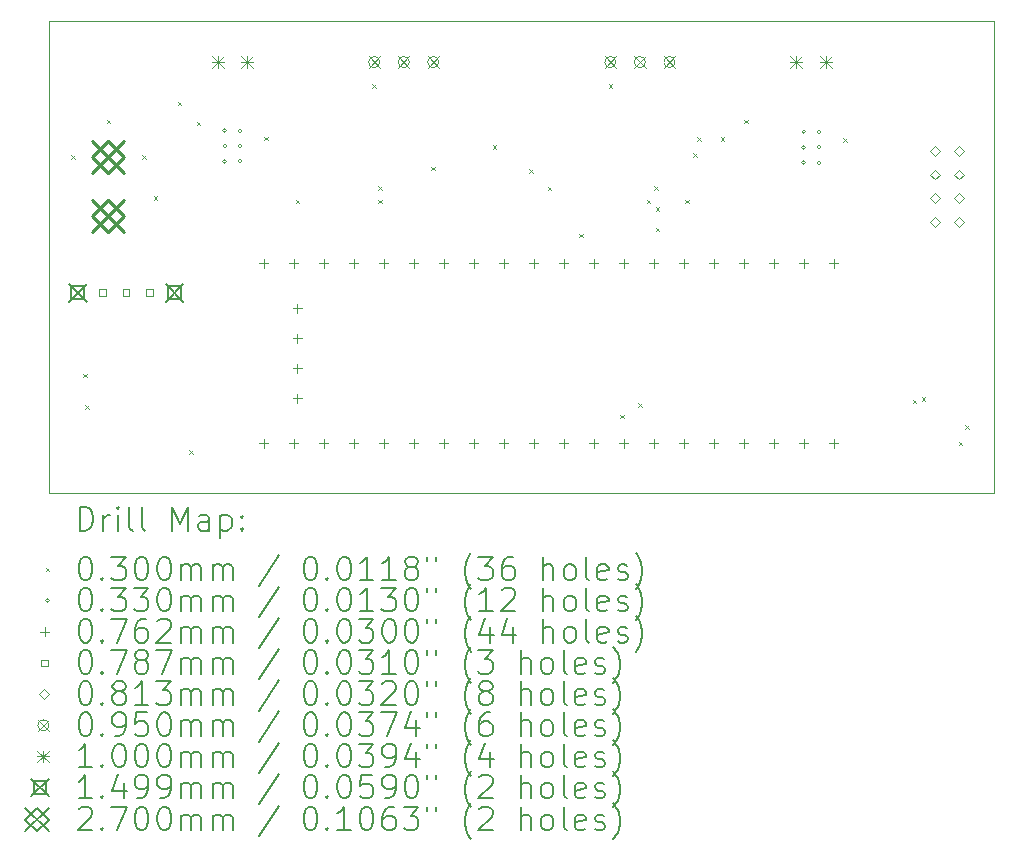
<source format=gbr>
%TF.GenerationSoftware,KiCad,Pcbnew,9.0.2+dfsg-1*%
%TF.CreationDate,2025-08-18T21:53:15-04:00*%
%TF.ProjectId,Basic_Controller,42617369-635f-4436-9f6e-74726f6c6c65,rev?*%
%TF.SameCoordinates,Original*%
%TF.FileFunction,Drillmap*%
%TF.FilePolarity,Positive*%
%FSLAX45Y45*%
G04 Gerber Fmt 4.5, Leading zero omitted, Abs format (unit mm)*
G04 Created by KiCad (PCBNEW 9.0.2+dfsg-1) date 2025-08-18 21:53:15*
%MOMM*%
%LPD*%
G01*
G04 APERTURE LIST*
%ADD10C,0.050000*%
%ADD11C,0.200000*%
%ADD12C,0.100000*%
%ADD13C,0.149860*%
%ADD14C,0.270000*%
G04 APERTURE END LIST*
D10*
X20000000Y-3300000D02*
X12000000Y-3300000D01*
X12000000Y-3300000D02*
X12000000Y-7300000D01*
X20000000Y-7300000D02*
X20000000Y-3300000D01*
X12000000Y-7300000D02*
X20000000Y-7300000D01*
D11*
D12*
X12185000Y-4435000D02*
X12215000Y-4465000D01*
X12215000Y-4435000D02*
X12185000Y-4465000D01*
X12285000Y-6285000D02*
X12315000Y-6315000D01*
X12315000Y-6285000D02*
X12285000Y-6315000D01*
X12305000Y-6555000D02*
X12335000Y-6585000D01*
X12335000Y-6555000D02*
X12305000Y-6585000D01*
X12485000Y-4135000D02*
X12515000Y-4165000D01*
X12515000Y-4135000D02*
X12485000Y-4165000D01*
X12785000Y-4435000D02*
X12815000Y-4465000D01*
X12815000Y-4435000D02*
X12785000Y-4465000D01*
X12885000Y-4785000D02*
X12915000Y-4815000D01*
X12915000Y-4785000D02*
X12885000Y-4815000D01*
X13085000Y-3985000D02*
X13115000Y-4015000D01*
X13115000Y-3985000D02*
X13085000Y-4015000D01*
X13185000Y-6935000D02*
X13215000Y-6965000D01*
X13215000Y-6935000D02*
X13185000Y-6965000D01*
X13246287Y-4152270D02*
X13276287Y-4182270D01*
X13276287Y-4152270D02*
X13246287Y-4182270D01*
X13821287Y-4279271D02*
X13851287Y-4309271D01*
X13851287Y-4279271D02*
X13821287Y-4309271D01*
X14085000Y-4812421D02*
X14115000Y-4842421D01*
X14115000Y-4812421D02*
X14085000Y-4842421D01*
X14735000Y-3835000D02*
X14765000Y-3865000D01*
X14765000Y-3835000D02*
X14735000Y-3865000D01*
X14785000Y-4697417D02*
X14815000Y-4727417D01*
X14815000Y-4697417D02*
X14785000Y-4727417D01*
X14785000Y-4812421D02*
X14815000Y-4842421D01*
X14815000Y-4812421D02*
X14785000Y-4842421D01*
X15235000Y-4535000D02*
X15265000Y-4565000D01*
X15265000Y-4535000D02*
X15235000Y-4565000D01*
X15755000Y-4350000D02*
X15785000Y-4380000D01*
X15785000Y-4350000D02*
X15755000Y-4380000D01*
X16063742Y-4555184D02*
X16093742Y-4585184D01*
X16093742Y-4555184D02*
X16063742Y-4585184D01*
X16219552Y-4701672D02*
X16249552Y-4731672D01*
X16249552Y-4701672D02*
X16219552Y-4731672D01*
X16485000Y-5100000D02*
X16515000Y-5130000D01*
X16515000Y-5100000D02*
X16485000Y-5130000D01*
X16735000Y-3835000D02*
X16765000Y-3865000D01*
X16765000Y-3835000D02*
X16735000Y-3865000D01*
X16835000Y-6635000D02*
X16865000Y-6665000D01*
X16865000Y-6635000D02*
X16835000Y-6665000D01*
X16985000Y-6535000D02*
X17015000Y-6565000D01*
X17015000Y-6535000D02*
X16985000Y-6565000D01*
X17057579Y-4812421D02*
X17087579Y-4842421D01*
X17087579Y-4812421D02*
X17057579Y-4842421D01*
X17122961Y-4697321D02*
X17152961Y-4727321D01*
X17152961Y-4697321D02*
X17122961Y-4727321D01*
X17135000Y-4877421D02*
X17165000Y-4907421D01*
X17165000Y-4877421D02*
X17135000Y-4907421D01*
X17135000Y-5050000D02*
X17165000Y-5080000D01*
X17165000Y-5050000D02*
X17135000Y-5080000D01*
X17385000Y-4812421D02*
X17415000Y-4842421D01*
X17415000Y-4812421D02*
X17385000Y-4842421D01*
X17452542Y-4417459D02*
X17482542Y-4447459D01*
X17482542Y-4417459D02*
X17452542Y-4447459D01*
X17485000Y-4285000D02*
X17515000Y-4315000D01*
X17515000Y-4285000D02*
X17485000Y-4315000D01*
X17685000Y-4285000D02*
X17715000Y-4315000D01*
X17715000Y-4285000D02*
X17685000Y-4315000D01*
X17885000Y-4135000D02*
X17915000Y-4165000D01*
X17915000Y-4135000D02*
X17885000Y-4165000D01*
X18723268Y-4290459D02*
X18753268Y-4320459D01*
X18753268Y-4290459D02*
X18723268Y-4320459D01*
X19308277Y-6507664D02*
X19338277Y-6537664D01*
X19338277Y-6507664D02*
X19308277Y-6537664D01*
X19385000Y-6485000D02*
X19415000Y-6515000D01*
X19415000Y-6485000D02*
X19385000Y-6515000D01*
X19698730Y-6860000D02*
X19728730Y-6890000D01*
X19728730Y-6860000D02*
X19698730Y-6890000D01*
X19754574Y-6721801D02*
X19784574Y-6751801D01*
X19784574Y-6721801D02*
X19754574Y-6751801D01*
X13500287Y-4227771D02*
G75*
G02*
X13467287Y-4227771I-16500J0D01*
G01*
X13467287Y-4227771D02*
G75*
G02*
X13500287Y-4227771I16500J0D01*
G01*
X13500287Y-4357771D02*
G75*
G02*
X13467287Y-4357771I-16500J0D01*
G01*
X13467287Y-4357771D02*
G75*
G02*
X13500287Y-4357771I16500J0D01*
G01*
X13500287Y-4487771D02*
G75*
G02*
X13467287Y-4487771I-16500J0D01*
G01*
X13467287Y-4487771D02*
G75*
G02*
X13500287Y-4487771I16500J0D01*
G01*
X13630287Y-4227771D02*
G75*
G02*
X13597287Y-4227771I-16500J0D01*
G01*
X13597287Y-4227771D02*
G75*
G02*
X13630287Y-4227771I16500J0D01*
G01*
X13630287Y-4357771D02*
G75*
G02*
X13597287Y-4357771I-16500J0D01*
G01*
X13597287Y-4357771D02*
G75*
G02*
X13630287Y-4357771I16500J0D01*
G01*
X13630287Y-4487771D02*
G75*
G02*
X13597287Y-4487771I-16500J0D01*
G01*
X13597287Y-4487771D02*
G75*
G02*
X13630287Y-4487771I16500J0D01*
G01*
X18402268Y-4238959D02*
G75*
G02*
X18369268Y-4238959I-16500J0D01*
G01*
X18369268Y-4238959D02*
G75*
G02*
X18402268Y-4238959I16500J0D01*
G01*
X18402268Y-4368959D02*
G75*
G02*
X18369268Y-4368959I-16500J0D01*
G01*
X18369268Y-4368959D02*
G75*
G02*
X18402268Y-4368959I16500J0D01*
G01*
X18402268Y-4498959D02*
G75*
G02*
X18369268Y-4498959I-16500J0D01*
G01*
X18369268Y-4498959D02*
G75*
G02*
X18402268Y-4498959I16500J0D01*
G01*
X18532268Y-4238959D02*
G75*
G02*
X18499268Y-4238959I-16500J0D01*
G01*
X18499268Y-4238959D02*
G75*
G02*
X18532268Y-4238959I16500J0D01*
G01*
X18532268Y-4368959D02*
G75*
G02*
X18499268Y-4368959I-16500J0D01*
G01*
X18499268Y-4368959D02*
G75*
G02*
X18532268Y-4368959I16500J0D01*
G01*
X18532268Y-4498959D02*
G75*
G02*
X18499268Y-4498959I-16500J0D01*
G01*
X18499268Y-4498959D02*
G75*
G02*
X18532268Y-4498959I16500J0D01*
G01*
X13816000Y-5311900D02*
X13816000Y-5388100D01*
X13777900Y-5350000D02*
X13854100Y-5350000D01*
X13816000Y-6835900D02*
X13816000Y-6912100D01*
X13777900Y-6874000D02*
X13854100Y-6874000D01*
X14070000Y-5311900D02*
X14070000Y-5388100D01*
X14031900Y-5350000D02*
X14108100Y-5350000D01*
X14070000Y-6835900D02*
X14070000Y-6912100D01*
X14031900Y-6874000D02*
X14108100Y-6874000D01*
X14100000Y-5692900D02*
X14100000Y-5769100D01*
X14061900Y-5731000D02*
X14138100Y-5731000D01*
X14100000Y-5946900D02*
X14100000Y-6023100D01*
X14061900Y-5985000D02*
X14138100Y-5985000D01*
X14100000Y-6200900D02*
X14100000Y-6277100D01*
X14061900Y-6239000D02*
X14138100Y-6239000D01*
X14100000Y-6454900D02*
X14100000Y-6531100D01*
X14061900Y-6493000D02*
X14138100Y-6493000D01*
X14324000Y-5311900D02*
X14324000Y-5388100D01*
X14285900Y-5350000D02*
X14362100Y-5350000D01*
X14324000Y-6835900D02*
X14324000Y-6912100D01*
X14285900Y-6874000D02*
X14362100Y-6874000D01*
X14578000Y-5311900D02*
X14578000Y-5388100D01*
X14539900Y-5350000D02*
X14616100Y-5350000D01*
X14578000Y-6835900D02*
X14578000Y-6912100D01*
X14539900Y-6874000D02*
X14616100Y-6874000D01*
X14832000Y-5311900D02*
X14832000Y-5388100D01*
X14793900Y-5350000D02*
X14870100Y-5350000D01*
X14832000Y-6835900D02*
X14832000Y-6912100D01*
X14793900Y-6874000D02*
X14870100Y-6874000D01*
X15086000Y-5311900D02*
X15086000Y-5388100D01*
X15047900Y-5350000D02*
X15124100Y-5350000D01*
X15086000Y-6835900D02*
X15086000Y-6912100D01*
X15047900Y-6874000D02*
X15124100Y-6874000D01*
X15340000Y-5311900D02*
X15340000Y-5388100D01*
X15301900Y-5350000D02*
X15378100Y-5350000D01*
X15340000Y-6835900D02*
X15340000Y-6912100D01*
X15301900Y-6874000D02*
X15378100Y-6874000D01*
X15594000Y-5311900D02*
X15594000Y-5388100D01*
X15555900Y-5350000D02*
X15632100Y-5350000D01*
X15594000Y-6835900D02*
X15594000Y-6912100D01*
X15555900Y-6874000D02*
X15632100Y-6874000D01*
X15848000Y-5311900D02*
X15848000Y-5388100D01*
X15809900Y-5350000D02*
X15886100Y-5350000D01*
X15848000Y-6835900D02*
X15848000Y-6912100D01*
X15809900Y-6874000D02*
X15886100Y-6874000D01*
X16102000Y-5311900D02*
X16102000Y-5388100D01*
X16063900Y-5350000D02*
X16140100Y-5350000D01*
X16102000Y-6835900D02*
X16102000Y-6912100D01*
X16063900Y-6874000D02*
X16140100Y-6874000D01*
X16356000Y-5311900D02*
X16356000Y-5388100D01*
X16317900Y-5350000D02*
X16394100Y-5350000D01*
X16356000Y-6835900D02*
X16356000Y-6912100D01*
X16317900Y-6874000D02*
X16394100Y-6874000D01*
X16610000Y-5311900D02*
X16610000Y-5388100D01*
X16571900Y-5350000D02*
X16648100Y-5350000D01*
X16610000Y-6835900D02*
X16610000Y-6912100D01*
X16571900Y-6874000D02*
X16648100Y-6874000D01*
X16864000Y-5311900D02*
X16864000Y-5388100D01*
X16825900Y-5350000D02*
X16902100Y-5350000D01*
X16864000Y-6835900D02*
X16864000Y-6912100D01*
X16825900Y-6874000D02*
X16902100Y-6874000D01*
X17118000Y-5311900D02*
X17118000Y-5388100D01*
X17079900Y-5350000D02*
X17156100Y-5350000D01*
X17118000Y-6835900D02*
X17118000Y-6912100D01*
X17079900Y-6874000D02*
X17156100Y-6874000D01*
X17372000Y-5311900D02*
X17372000Y-5388100D01*
X17333900Y-5350000D02*
X17410100Y-5350000D01*
X17372000Y-6835900D02*
X17372000Y-6912100D01*
X17333900Y-6874000D02*
X17410100Y-6874000D01*
X17626000Y-5311900D02*
X17626000Y-5388100D01*
X17587900Y-5350000D02*
X17664100Y-5350000D01*
X17626000Y-6835900D02*
X17626000Y-6912100D01*
X17587900Y-6874000D02*
X17664100Y-6874000D01*
X17880000Y-5311900D02*
X17880000Y-5388100D01*
X17841900Y-5350000D02*
X17918100Y-5350000D01*
X17880000Y-6835900D02*
X17880000Y-6912100D01*
X17841900Y-6874000D02*
X17918100Y-6874000D01*
X18134000Y-5311900D02*
X18134000Y-5388100D01*
X18095900Y-5350000D02*
X18172100Y-5350000D01*
X18134000Y-6835900D02*
X18134000Y-6912100D01*
X18095900Y-6874000D02*
X18172100Y-6874000D01*
X18388000Y-5311900D02*
X18388000Y-5388100D01*
X18349900Y-5350000D02*
X18426100Y-5350000D01*
X18388000Y-6835900D02*
X18388000Y-6912100D01*
X18349900Y-6874000D02*
X18426100Y-6874000D01*
X18642000Y-5311900D02*
X18642000Y-5388100D01*
X18603900Y-5350000D02*
X18680100Y-5350000D01*
X18642000Y-6835900D02*
X18642000Y-6912100D01*
X18603900Y-6874000D02*
X18680100Y-6874000D01*
X12477839Y-5627839D02*
X12477839Y-5572161D01*
X12422161Y-5572161D01*
X12422161Y-5627839D01*
X12477839Y-5627839D01*
X12677839Y-5627839D02*
X12677839Y-5572161D01*
X12622161Y-5572161D01*
X12622161Y-5627839D01*
X12677839Y-5627839D01*
X12877839Y-5627839D02*
X12877839Y-5572161D01*
X12822161Y-5572161D01*
X12822161Y-5627839D01*
X12877839Y-5627839D01*
X19499810Y-4440640D02*
X19540450Y-4400000D01*
X19499810Y-4359360D01*
X19459170Y-4400000D01*
X19499810Y-4440640D01*
X19499810Y-4640640D02*
X19540450Y-4600000D01*
X19499810Y-4559360D01*
X19459170Y-4600000D01*
X19499810Y-4640640D01*
X19499810Y-4840640D02*
X19540450Y-4800000D01*
X19499810Y-4759360D01*
X19459170Y-4800000D01*
X19499810Y-4840640D01*
X19499810Y-5040640D02*
X19540450Y-5000000D01*
X19499810Y-4959360D01*
X19459170Y-5000000D01*
X19499810Y-5040640D01*
X19699810Y-4440640D02*
X19740450Y-4400000D01*
X19699810Y-4359360D01*
X19659170Y-4400000D01*
X19699810Y-4440640D01*
X19699810Y-4640640D02*
X19740450Y-4600000D01*
X19699810Y-4559360D01*
X19659170Y-4600000D01*
X19699810Y-4640640D01*
X19699810Y-4840640D02*
X19740450Y-4800000D01*
X19699810Y-4759360D01*
X19659170Y-4800000D01*
X19699810Y-4840640D01*
X19699810Y-5040640D02*
X19740450Y-5000000D01*
X19699810Y-4959360D01*
X19659170Y-5000000D01*
X19699810Y-5040640D01*
X14702500Y-3600000D02*
X14797500Y-3695000D01*
X14797500Y-3600000D02*
X14702500Y-3695000D01*
X14797500Y-3647500D02*
G75*
G02*
X14702500Y-3647500I-47500J0D01*
G01*
X14702500Y-3647500D02*
G75*
G02*
X14797500Y-3647500I47500J0D01*
G01*
X14952500Y-3600000D02*
X15047500Y-3695000D01*
X15047500Y-3600000D02*
X14952500Y-3695000D01*
X15047500Y-3647500D02*
G75*
G02*
X14952500Y-3647500I-47500J0D01*
G01*
X14952500Y-3647500D02*
G75*
G02*
X15047500Y-3647500I47500J0D01*
G01*
X15202500Y-3600000D02*
X15297500Y-3695000D01*
X15297500Y-3600000D02*
X15202500Y-3695000D01*
X15297500Y-3647500D02*
G75*
G02*
X15202500Y-3647500I-47500J0D01*
G01*
X15202500Y-3647500D02*
G75*
G02*
X15297500Y-3647500I47500J0D01*
G01*
X16702500Y-3600000D02*
X16797500Y-3695000D01*
X16797500Y-3600000D02*
X16702500Y-3695000D01*
X16797500Y-3647500D02*
G75*
G02*
X16702500Y-3647500I-47500J0D01*
G01*
X16702500Y-3647500D02*
G75*
G02*
X16797500Y-3647500I47500J0D01*
G01*
X16952500Y-3600000D02*
X17047500Y-3695000D01*
X17047500Y-3600000D02*
X16952500Y-3695000D01*
X17047500Y-3647500D02*
G75*
G02*
X16952500Y-3647500I-47500J0D01*
G01*
X16952500Y-3647500D02*
G75*
G02*
X17047500Y-3647500I47500J0D01*
G01*
X17202500Y-3600000D02*
X17297500Y-3695000D01*
X17297500Y-3600000D02*
X17202500Y-3695000D01*
X17297500Y-3647500D02*
G75*
G02*
X17202500Y-3647500I-47500J0D01*
G01*
X17202500Y-3647500D02*
G75*
G02*
X17297500Y-3647500I47500J0D01*
G01*
X13375000Y-3600000D02*
X13475000Y-3700000D01*
X13475000Y-3600000D02*
X13375000Y-3700000D01*
X13425000Y-3600000D02*
X13425000Y-3700000D01*
X13375000Y-3650000D02*
X13475000Y-3650000D01*
X13625000Y-3600000D02*
X13725000Y-3700000D01*
X13725000Y-3600000D02*
X13625000Y-3700000D01*
X13675000Y-3600000D02*
X13675000Y-3700000D01*
X13625000Y-3650000D02*
X13725000Y-3650000D01*
X18272911Y-3600000D02*
X18372911Y-3700000D01*
X18372911Y-3600000D02*
X18272911Y-3700000D01*
X18322911Y-3600000D02*
X18322911Y-3700000D01*
X18272911Y-3650000D02*
X18372911Y-3650000D01*
X18522911Y-3600000D02*
X18622911Y-3700000D01*
X18622911Y-3600000D02*
X18522911Y-3700000D01*
X18572911Y-3600000D02*
X18572911Y-3700000D01*
X18522911Y-3650000D02*
X18622911Y-3650000D01*
D13*
X12165070Y-5525070D02*
X12314930Y-5674930D01*
X12314930Y-5525070D02*
X12165070Y-5674930D01*
X12292984Y-5652984D02*
X12292984Y-5547016D01*
X12187016Y-5547016D01*
X12187016Y-5652984D01*
X12292984Y-5652984D01*
X12985070Y-5525070D02*
X13134930Y-5674930D01*
X13134930Y-5525070D02*
X12985070Y-5674930D01*
X13112984Y-5652984D02*
X13112984Y-5547016D01*
X13007016Y-5547016D01*
X13007016Y-5652984D01*
X13112984Y-5652984D01*
D14*
X12365000Y-4315000D02*
X12635000Y-4585000D01*
X12635000Y-4315000D02*
X12365000Y-4585000D01*
X12500000Y-4585000D02*
X12635000Y-4450000D01*
X12500000Y-4315000D01*
X12365000Y-4450000D01*
X12500000Y-4585000D01*
X12365000Y-4815000D02*
X12635000Y-5085000D01*
X12635000Y-4815000D02*
X12365000Y-5085000D01*
X12500000Y-5085000D02*
X12635000Y-4950000D01*
X12500000Y-4815000D01*
X12365000Y-4950000D01*
X12500000Y-5085000D01*
D11*
X12258277Y-7613984D02*
X12258277Y-7413984D01*
X12258277Y-7413984D02*
X12305896Y-7413984D01*
X12305896Y-7413984D02*
X12334467Y-7423508D01*
X12334467Y-7423508D02*
X12353515Y-7442555D01*
X12353515Y-7442555D02*
X12363039Y-7461603D01*
X12363039Y-7461603D02*
X12372562Y-7499698D01*
X12372562Y-7499698D02*
X12372562Y-7528269D01*
X12372562Y-7528269D02*
X12363039Y-7566365D01*
X12363039Y-7566365D02*
X12353515Y-7585412D01*
X12353515Y-7585412D02*
X12334467Y-7604460D01*
X12334467Y-7604460D02*
X12305896Y-7613984D01*
X12305896Y-7613984D02*
X12258277Y-7613984D01*
X12458277Y-7613984D02*
X12458277Y-7480650D01*
X12458277Y-7518746D02*
X12467801Y-7499698D01*
X12467801Y-7499698D02*
X12477324Y-7490174D01*
X12477324Y-7490174D02*
X12496372Y-7480650D01*
X12496372Y-7480650D02*
X12515420Y-7480650D01*
X12582086Y-7613984D02*
X12582086Y-7480650D01*
X12582086Y-7413984D02*
X12572562Y-7423508D01*
X12572562Y-7423508D02*
X12582086Y-7433031D01*
X12582086Y-7433031D02*
X12591610Y-7423508D01*
X12591610Y-7423508D02*
X12582086Y-7413984D01*
X12582086Y-7413984D02*
X12582086Y-7433031D01*
X12705896Y-7613984D02*
X12686848Y-7604460D01*
X12686848Y-7604460D02*
X12677324Y-7585412D01*
X12677324Y-7585412D02*
X12677324Y-7413984D01*
X12810658Y-7613984D02*
X12791610Y-7604460D01*
X12791610Y-7604460D02*
X12782086Y-7585412D01*
X12782086Y-7585412D02*
X12782086Y-7413984D01*
X13039229Y-7613984D02*
X13039229Y-7413984D01*
X13039229Y-7413984D02*
X13105896Y-7556841D01*
X13105896Y-7556841D02*
X13172562Y-7413984D01*
X13172562Y-7413984D02*
X13172562Y-7613984D01*
X13353515Y-7613984D02*
X13353515Y-7509222D01*
X13353515Y-7509222D02*
X13343991Y-7490174D01*
X13343991Y-7490174D02*
X13324943Y-7480650D01*
X13324943Y-7480650D02*
X13286848Y-7480650D01*
X13286848Y-7480650D02*
X13267801Y-7490174D01*
X13353515Y-7604460D02*
X13334467Y-7613984D01*
X13334467Y-7613984D02*
X13286848Y-7613984D01*
X13286848Y-7613984D02*
X13267801Y-7604460D01*
X13267801Y-7604460D02*
X13258277Y-7585412D01*
X13258277Y-7585412D02*
X13258277Y-7566365D01*
X13258277Y-7566365D02*
X13267801Y-7547317D01*
X13267801Y-7547317D02*
X13286848Y-7537793D01*
X13286848Y-7537793D02*
X13334467Y-7537793D01*
X13334467Y-7537793D02*
X13353515Y-7528269D01*
X13448753Y-7480650D02*
X13448753Y-7680650D01*
X13448753Y-7490174D02*
X13467801Y-7480650D01*
X13467801Y-7480650D02*
X13505896Y-7480650D01*
X13505896Y-7480650D02*
X13524943Y-7490174D01*
X13524943Y-7490174D02*
X13534467Y-7499698D01*
X13534467Y-7499698D02*
X13543991Y-7518746D01*
X13543991Y-7518746D02*
X13543991Y-7575888D01*
X13543991Y-7575888D02*
X13534467Y-7594936D01*
X13534467Y-7594936D02*
X13524943Y-7604460D01*
X13524943Y-7604460D02*
X13505896Y-7613984D01*
X13505896Y-7613984D02*
X13467801Y-7613984D01*
X13467801Y-7613984D02*
X13448753Y-7604460D01*
X13629705Y-7594936D02*
X13639229Y-7604460D01*
X13639229Y-7604460D02*
X13629705Y-7613984D01*
X13629705Y-7613984D02*
X13620182Y-7604460D01*
X13620182Y-7604460D02*
X13629705Y-7594936D01*
X13629705Y-7594936D02*
X13629705Y-7613984D01*
X13629705Y-7490174D02*
X13639229Y-7499698D01*
X13639229Y-7499698D02*
X13629705Y-7509222D01*
X13629705Y-7509222D02*
X13620182Y-7499698D01*
X13620182Y-7499698D02*
X13629705Y-7490174D01*
X13629705Y-7490174D02*
X13629705Y-7509222D01*
D12*
X11967500Y-7927500D02*
X11997500Y-7957500D01*
X11997500Y-7927500D02*
X11967500Y-7957500D01*
D11*
X12296372Y-7833984D02*
X12315420Y-7833984D01*
X12315420Y-7833984D02*
X12334467Y-7843508D01*
X12334467Y-7843508D02*
X12343991Y-7853031D01*
X12343991Y-7853031D02*
X12353515Y-7872079D01*
X12353515Y-7872079D02*
X12363039Y-7910174D01*
X12363039Y-7910174D02*
X12363039Y-7957793D01*
X12363039Y-7957793D02*
X12353515Y-7995888D01*
X12353515Y-7995888D02*
X12343991Y-8014936D01*
X12343991Y-8014936D02*
X12334467Y-8024460D01*
X12334467Y-8024460D02*
X12315420Y-8033984D01*
X12315420Y-8033984D02*
X12296372Y-8033984D01*
X12296372Y-8033984D02*
X12277324Y-8024460D01*
X12277324Y-8024460D02*
X12267801Y-8014936D01*
X12267801Y-8014936D02*
X12258277Y-7995888D01*
X12258277Y-7995888D02*
X12248753Y-7957793D01*
X12248753Y-7957793D02*
X12248753Y-7910174D01*
X12248753Y-7910174D02*
X12258277Y-7872079D01*
X12258277Y-7872079D02*
X12267801Y-7853031D01*
X12267801Y-7853031D02*
X12277324Y-7843508D01*
X12277324Y-7843508D02*
X12296372Y-7833984D01*
X12448753Y-8014936D02*
X12458277Y-8024460D01*
X12458277Y-8024460D02*
X12448753Y-8033984D01*
X12448753Y-8033984D02*
X12439229Y-8024460D01*
X12439229Y-8024460D02*
X12448753Y-8014936D01*
X12448753Y-8014936D02*
X12448753Y-8033984D01*
X12524943Y-7833984D02*
X12648753Y-7833984D01*
X12648753Y-7833984D02*
X12582086Y-7910174D01*
X12582086Y-7910174D02*
X12610658Y-7910174D01*
X12610658Y-7910174D02*
X12629705Y-7919698D01*
X12629705Y-7919698D02*
X12639229Y-7929222D01*
X12639229Y-7929222D02*
X12648753Y-7948269D01*
X12648753Y-7948269D02*
X12648753Y-7995888D01*
X12648753Y-7995888D02*
X12639229Y-8014936D01*
X12639229Y-8014936D02*
X12629705Y-8024460D01*
X12629705Y-8024460D02*
X12610658Y-8033984D01*
X12610658Y-8033984D02*
X12553515Y-8033984D01*
X12553515Y-8033984D02*
X12534467Y-8024460D01*
X12534467Y-8024460D02*
X12524943Y-8014936D01*
X12772562Y-7833984D02*
X12791610Y-7833984D01*
X12791610Y-7833984D02*
X12810658Y-7843508D01*
X12810658Y-7843508D02*
X12820182Y-7853031D01*
X12820182Y-7853031D02*
X12829705Y-7872079D01*
X12829705Y-7872079D02*
X12839229Y-7910174D01*
X12839229Y-7910174D02*
X12839229Y-7957793D01*
X12839229Y-7957793D02*
X12829705Y-7995888D01*
X12829705Y-7995888D02*
X12820182Y-8014936D01*
X12820182Y-8014936D02*
X12810658Y-8024460D01*
X12810658Y-8024460D02*
X12791610Y-8033984D01*
X12791610Y-8033984D02*
X12772562Y-8033984D01*
X12772562Y-8033984D02*
X12753515Y-8024460D01*
X12753515Y-8024460D02*
X12743991Y-8014936D01*
X12743991Y-8014936D02*
X12734467Y-7995888D01*
X12734467Y-7995888D02*
X12724943Y-7957793D01*
X12724943Y-7957793D02*
X12724943Y-7910174D01*
X12724943Y-7910174D02*
X12734467Y-7872079D01*
X12734467Y-7872079D02*
X12743991Y-7853031D01*
X12743991Y-7853031D02*
X12753515Y-7843508D01*
X12753515Y-7843508D02*
X12772562Y-7833984D01*
X12963039Y-7833984D02*
X12982086Y-7833984D01*
X12982086Y-7833984D02*
X13001134Y-7843508D01*
X13001134Y-7843508D02*
X13010658Y-7853031D01*
X13010658Y-7853031D02*
X13020182Y-7872079D01*
X13020182Y-7872079D02*
X13029705Y-7910174D01*
X13029705Y-7910174D02*
X13029705Y-7957793D01*
X13029705Y-7957793D02*
X13020182Y-7995888D01*
X13020182Y-7995888D02*
X13010658Y-8014936D01*
X13010658Y-8014936D02*
X13001134Y-8024460D01*
X13001134Y-8024460D02*
X12982086Y-8033984D01*
X12982086Y-8033984D02*
X12963039Y-8033984D01*
X12963039Y-8033984D02*
X12943991Y-8024460D01*
X12943991Y-8024460D02*
X12934467Y-8014936D01*
X12934467Y-8014936D02*
X12924943Y-7995888D01*
X12924943Y-7995888D02*
X12915420Y-7957793D01*
X12915420Y-7957793D02*
X12915420Y-7910174D01*
X12915420Y-7910174D02*
X12924943Y-7872079D01*
X12924943Y-7872079D02*
X12934467Y-7853031D01*
X12934467Y-7853031D02*
X12943991Y-7843508D01*
X12943991Y-7843508D02*
X12963039Y-7833984D01*
X13115420Y-8033984D02*
X13115420Y-7900650D01*
X13115420Y-7919698D02*
X13124943Y-7910174D01*
X13124943Y-7910174D02*
X13143991Y-7900650D01*
X13143991Y-7900650D02*
X13172563Y-7900650D01*
X13172563Y-7900650D02*
X13191610Y-7910174D01*
X13191610Y-7910174D02*
X13201134Y-7929222D01*
X13201134Y-7929222D02*
X13201134Y-8033984D01*
X13201134Y-7929222D02*
X13210658Y-7910174D01*
X13210658Y-7910174D02*
X13229705Y-7900650D01*
X13229705Y-7900650D02*
X13258277Y-7900650D01*
X13258277Y-7900650D02*
X13277324Y-7910174D01*
X13277324Y-7910174D02*
X13286848Y-7929222D01*
X13286848Y-7929222D02*
X13286848Y-8033984D01*
X13382086Y-8033984D02*
X13382086Y-7900650D01*
X13382086Y-7919698D02*
X13391610Y-7910174D01*
X13391610Y-7910174D02*
X13410658Y-7900650D01*
X13410658Y-7900650D02*
X13439229Y-7900650D01*
X13439229Y-7900650D02*
X13458277Y-7910174D01*
X13458277Y-7910174D02*
X13467801Y-7929222D01*
X13467801Y-7929222D02*
X13467801Y-8033984D01*
X13467801Y-7929222D02*
X13477324Y-7910174D01*
X13477324Y-7910174D02*
X13496372Y-7900650D01*
X13496372Y-7900650D02*
X13524943Y-7900650D01*
X13524943Y-7900650D02*
X13543991Y-7910174D01*
X13543991Y-7910174D02*
X13553515Y-7929222D01*
X13553515Y-7929222D02*
X13553515Y-8033984D01*
X13943991Y-7824460D02*
X13772563Y-8081603D01*
X14201134Y-7833984D02*
X14220182Y-7833984D01*
X14220182Y-7833984D02*
X14239229Y-7843508D01*
X14239229Y-7843508D02*
X14248753Y-7853031D01*
X14248753Y-7853031D02*
X14258277Y-7872079D01*
X14258277Y-7872079D02*
X14267801Y-7910174D01*
X14267801Y-7910174D02*
X14267801Y-7957793D01*
X14267801Y-7957793D02*
X14258277Y-7995888D01*
X14258277Y-7995888D02*
X14248753Y-8014936D01*
X14248753Y-8014936D02*
X14239229Y-8024460D01*
X14239229Y-8024460D02*
X14220182Y-8033984D01*
X14220182Y-8033984D02*
X14201134Y-8033984D01*
X14201134Y-8033984D02*
X14182086Y-8024460D01*
X14182086Y-8024460D02*
X14172563Y-8014936D01*
X14172563Y-8014936D02*
X14163039Y-7995888D01*
X14163039Y-7995888D02*
X14153515Y-7957793D01*
X14153515Y-7957793D02*
X14153515Y-7910174D01*
X14153515Y-7910174D02*
X14163039Y-7872079D01*
X14163039Y-7872079D02*
X14172563Y-7853031D01*
X14172563Y-7853031D02*
X14182086Y-7843508D01*
X14182086Y-7843508D02*
X14201134Y-7833984D01*
X14353515Y-8014936D02*
X14363039Y-8024460D01*
X14363039Y-8024460D02*
X14353515Y-8033984D01*
X14353515Y-8033984D02*
X14343991Y-8024460D01*
X14343991Y-8024460D02*
X14353515Y-8014936D01*
X14353515Y-8014936D02*
X14353515Y-8033984D01*
X14486848Y-7833984D02*
X14505896Y-7833984D01*
X14505896Y-7833984D02*
X14524944Y-7843508D01*
X14524944Y-7843508D02*
X14534467Y-7853031D01*
X14534467Y-7853031D02*
X14543991Y-7872079D01*
X14543991Y-7872079D02*
X14553515Y-7910174D01*
X14553515Y-7910174D02*
X14553515Y-7957793D01*
X14553515Y-7957793D02*
X14543991Y-7995888D01*
X14543991Y-7995888D02*
X14534467Y-8014936D01*
X14534467Y-8014936D02*
X14524944Y-8024460D01*
X14524944Y-8024460D02*
X14505896Y-8033984D01*
X14505896Y-8033984D02*
X14486848Y-8033984D01*
X14486848Y-8033984D02*
X14467801Y-8024460D01*
X14467801Y-8024460D02*
X14458277Y-8014936D01*
X14458277Y-8014936D02*
X14448753Y-7995888D01*
X14448753Y-7995888D02*
X14439229Y-7957793D01*
X14439229Y-7957793D02*
X14439229Y-7910174D01*
X14439229Y-7910174D02*
X14448753Y-7872079D01*
X14448753Y-7872079D02*
X14458277Y-7853031D01*
X14458277Y-7853031D02*
X14467801Y-7843508D01*
X14467801Y-7843508D02*
X14486848Y-7833984D01*
X14743991Y-8033984D02*
X14629706Y-8033984D01*
X14686848Y-8033984D02*
X14686848Y-7833984D01*
X14686848Y-7833984D02*
X14667801Y-7862555D01*
X14667801Y-7862555D02*
X14648753Y-7881603D01*
X14648753Y-7881603D02*
X14629706Y-7891127D01*
X14934467Y-8033984D02*
X14820182Y-8033984D01*
X14877325Y-8033984D02*
X14877325Y-7833984D01*
X14877325Y-7833984D02*
X14858277Y-7862555D01*
X14858277Y-7862555D02*
X14839229Y-7881603D01*
X14839229Y-7881603D02*
X14820182Y-7891127D01*
X15048753Y-7919698D02*
X15029706Y-7910174D01*
X15029706Y-7910174D02*
X15020182Y-7900650D01*
X15020182Y-7900650D02*
X15010658Y-7881603D01*
X15010658Y-7881603D02*
X15010658Y-7872079D01*
X15010658Y-7872079D02*
X15020182Y-7853031D01*
X15020182Y-7853031D02*
X15029706Y-7843508D01*
X15029706Y-7843508D02*
X15048753Y-7833984D01*
X15048753Y-7833984D02*
X15086848Y-7833984D01*
X15086848Y-7833984D02*
X15105896Y-7843508D01*
X15105896Y-7843508D02*
X15115420Y-7853031D01*
X15115420Y-7853031D02*
X15124944Y-7872079D01*
X15124944Y-7872079D02*
X15124944Y-7881603D01*
X15124944Y-7881603D02*
X15115420Y-7900650D01*
X15115420Y-7900650D02*
X15105896Y-7910174D01*
X15105896Y-7910174D02*
X15086848Y-7919698D01*
X15086848Y-7919698D02*
X15048753Y-7919698D01*
X15048753Y-7919698D02*
X15029706Y-7929222D01*
X15029706Y-7929222D02*
X15020182Y-7938746D01*
X15020182Y-7938746D02*
X15010658Y-7957793D01*
X15010658Y-7957793D02*
X15010658Y-7995888D01*
X15010658Y-7995888D02*
X15020182Y-8014936D01*
X15020182Y-8014936D02*
X15029706Y-8024460D01*
X15029706Y-8024460D02*
X15048753Y-8033984D01*
X15048753Y-8033984D02*
X15086848Y-8033984D01*
X15086848Y-8033984D02*
X15105896Y-8024460D01*
X15105896Y-8024460D02*
X15115420Y-8014936D01*
X15115420Y-8014936D02*
X15124944Y-7995888D01*
X15124944Y-7995888D02*
X15124944Y-7957793D01*
X15124944Y-7957793D02*
X15115420Y-7938746D01*
X15115420Y-7938746D02*
X15105896Y-7929222D01*
X15105896Y-7929222D02*
X15086848Y-7919698D01*
X15201134Y-7833984D02*
X15201134Y-7872079D01*
X15277325Y-7833984D02*
X15277325Y-7872079D01*
X15572563Y-8110174D02*
X15563039Y-8100650D01*
X15563039Y-8100650D02*
X15543991Y-8072079D01*
X15543991Y-8072079D02*
X15534468Y-8053031D01*
X15534468Y-8053031D02*
X15524944Y-8024460D01*
X15524944Y-8024460D02*
X15515420Y-7976841D01*
X15515420Y-7976841D02*
X15515420Y-7938746D01*
X15515420Y-7938746D02*
X15524944Y-7891127D01*
X15524944Y-7891127D02*
X15534468Y-7862555D01*
X15534468Y-7862555D02*
X15543991Y-7843508D01*
X15543991Y-7843508D02*
X15563039Y-7814936D01*
X15563039Y-7814936D02*
X15572563Y-7805412D01*
X15629706Y-7833984D02*
X15753515Y-7833984D01*
X15753515Y-7833984D02*
X15686848Y-7910174D01*
X15686848Y-7910174D02*
X15715420Y-7910174D01*
X15715420Y-7910174D02*
X15734468Y-7919698D01*
X15734468Y-7919698D02*
X15743991Y-7929222D01*
X15743991Y-7929222D02*
X15753515Y-7948269D01*
X15753515Y-7948269D02*
X15753515Y-7995888D01*
X15753515Y-7995888D02*
X15743991Y-8014936D01*
X15743991Y-8014936D02*
X15734468Y-8024460D01*
X15734468Y-8024460D02*
X15715420Y-8033984D01*
X15715420Y-8033984D02*
X15658277Y-8033984D01*
X15658277Y-8033984D02*
X15639229Y-8024460D01*
X15639229Y-8024460D02*
X15629706Y-8014936D01*
X15924944Y-7833984D02*
X15886848Y-7833984D01*
X15886848Y-7833984D02*
X15867801Y-7843508D01*
X15867801Y-7843508D02*
X15858277Y-7853031D01*
X15858277Y-7853031D02*
X15839229Y-7881603D01*
X15839229Y-7881603D02*
X15829706Y-7919698D01*
X15829706Y-7919698D02*
X15829706Y-7995888D01*
X15829706Y-7995888D02*
X15839229Y-8014936D01*
X15839229Y-8014936D02*
X15848753Y-8024460D01*
X15848753Y-8024460D02*
X15867801Y-8033984D01*
X15867801Y-8033984D02*
X15905896Y-8033984D01*
X15905896Y-8033984D02*
X15924944Y-8024460D01*
X15924944Y-8024460D02*
X15934468Y-8014936D01*
X15934468Y-8014936D02*
X15943991Y-7995888D01*
X15943991Y-7995888D02*
X15943991Y-7948269D01*
X15943991Y-7948269D02*
X15934468Y-7929222D01*
X15934468Y-7929222D02*
X15924944Y-7919698D01*
X15924944Y-7919698D02*
X15905896Y-7910174D01*
X15905896Y-7910174D02*
X15867801Y-7910174D01*
X15867801Y-7910174D02*
X15848753Y-7919698D01*
X15848753Y-7919698D02*
X15839229Y-7929222D01*
X15839229Y-7929222D02*
X15829706Y-7948269D01*
X16182087Y-8033984D02*
X16182087Y-7833984D01*
X16267801Y-8033984D02*
X16267801Y-7929222D01*
X16267801Y-7929222D02*
X16258277Y-7910174D01*
X16258277Y-7910174D02*
X16239230Y-7900650D01*
X16239230Y-7900650D02*
X16210658Y-7900650D01*
X16210658Y-7900650D02*
X16191610Y-7910174D01*
X16191610Y-7910174D02*
X16182087Y-7919698D01*
X16391610Y-8033984D02*
X16372563Y-8024460D01*
X16372563Y-8024460D02*
X16363039Y-8014936D01*
X16363039Y-8014936D02*
X16353515Y-7995888D01*
X16353515Y-7995888D02*
X16353515Y-7938746D01*
X16353515Y-7938746D02*
X16363039Y-7919698D01*
X16363039Y-7919698D02*
X16372563Y-7910174D01*
X16372563Y-7910174D02*
X16391610Y-7900650D01*
X16391610Y-7900650D02*
X16420182Y-7900650D01*
X16420182Y-7900650D02*
X16439230Y-7910174D01*
X16439230Y-7910174D02*
X16448753Y-7919698D01*
X16448753Y-7919698D02*
X16458277Y-7938746D01*
X16458277Y-7938746D02*
X16458277Y-7995888D01*
X16458277Y-7995888D02*
X16448753Y-8014936D01*
X16448753Y-8014936D02*
X16439230Y-8024460D01*
X16439230Y-8024460D02*
X16420182Y-8033984D01*
X16420182Y-8033984D02*
X16391610Y-8033984D01*
X16572563Y-8033984D02*
X16553515Y-8024460D01*
X16553515Y-8024460D02*
X16543991Y-8005412D01*
X16543991Y-8005412D02*
X16543991Y-7833984D01*
X16724944Y-8024460D02*
X16705896Y-8033984D01*
X16705896Y-8033984D02*
X16667801Y-8033984D01*
X16667801Y-8033984D02*
X16648753Y-8024460D01*
X16648753Y-8024460D02*
X16639230Y-8005412D01*
X16639230Y-8005412D02*
X16639230Y-7929222D01*
X16639230Y-7929222D02*
X16648753Y-7910174D01*
X16648753Y-7910174D02*
X16667801Y-7900650D01*
X16667801Y-7900650D02*
X16705896Y-7900650D01*
X16705896Y-7900650D02*
X16724944Y-7910174D01*
X16724944Y-7910174D02*
X16734468Y-7929222D01*
X16734468Y-7929222D02*
X16734468Y-7948269D01*
X16734468Y-7948269D02*
X16639230Y-7967317D01*
X16810658Y-8024460D02*
X16829706Y-8033984D01*
X16829706Y-8033984D02*
X16867801Y-8033984D01*
X16867801Y-8033984D02*
X16886849Y-8024460D01*
X16886849Y-8024460D02*
X16896373Y-8005412D01*
X16896373Y-8005412D02*
X16896373Y-7995888D01*
X16896373Y-7995888D02*
X16886849Y-7976841D01*
X16886849Y-7976841D02*
X16867801Y-7967317D01*
X16867801Y-7967317D02*
X16839230Y-7967317D01*
X16839230Y-7967317D02*
X16820182Y-7957793D01*
X16820182Y-7957793D02*
X16810658Y-7938746D01*
X16810658Y-7938746D02*
X16810658Y-7929222D01*
X16810658Y-7929222D02*
X16820182Y-7910174D01*
X16820182Y-7910174D02*
X16839230Y-7900650D01*
X16839230Y-7900650D02*
X16867801Y-7900650D01*
X16867801Y-7900650D02*
X16886849Y-7910174D01*
X16963039Y-8110174D02*
X16972563Y-8100650D01*
X16972563Y-8100650D02*
X16991611Y-8072079D01*
X16991611Y-8072079D02*
X17001134Y-8053031D01*
X17001134Y-8053031D02*
X17010658Y-8024460D01*
X17010658Y-8024460D02*
X17020182Y-7976841D01*
X17020182Y-7976841D02*
X17020182Y-7938746D01*
X17020182Y-7938746D02*
X17010658Y-7891127D01*
X17010658Y-7891127D02*
X17001134Y-7862555D01*
X17001134Y-7862555D02*
X16991611Y-7843508D01*
X16991611Y-7843508D02*
X16972563Y-7814936D01*
X16972563Y-7814936D02*
X16963039Y-7805412D01*
D12*
X11997500Y-8206500D02*
G75*
G02*
X11964500Y-8206500I-16500J0D01*
G01*
X11964500Y-8206500D02*
G75*
G02*
X11997500Y-8206500I16500J0D01*
G01*
D11*
X12296372Y-8097984D02*
X12315420Y-8097984D01*
X12315420Y-8097984D02*
X12334467Y-8107508D01*
X12334467Y-8107508D02*
X12343991Y-8117031D01*
X12343991Y-8117031D02*
X12353515Y-8136079D01*
X12353515Y-8136079D02*
X12363039Y-8174174D01*
X12363039Y-8174174D02*
X12363039Y-8221793D01*
X12363039Y-8221793D02*
X12353515Y-8259888D01*
X12353515Y-8259888D02*
X12343991Y-8278936D01*
X12343991Y-8278936D02*
X12334467Y-8288460D01*
X12334467Y-8288460D02*
X12315420Y-8297984D01*
X12315420Y-8297984D02*
X12296372Y-8297984D01*
X12296372Y-8297984D02*
X12277324Y-8288460D01*
X12277324Y-8288460D02*
X12267801Y-8278936D01*
X12267801Y-8278936D02*
X12258277Y-8259888D01*
X12258277Y-8259888D02*
X12248753Y-8221793D01*
X12248753Y-8221793D02*
X12248753Y-8174174D01*
X12248753Y-8174174D02*
X12258277Y-8136079D01*
X12258277Y-8136079D02*
X12267801Y-8117031D01*
X12267801Y-8117031D02*
X12277324Y-8107508D01*
X12277324Y-8107508D02*
X12296372Y-8097984D01*
X12448753Y-8278936D02*
X12458277Y-8288460D01*
X12458277Y-8288460D02*
X12448753Y-8297984D01*
X12448753Y-8297984D02*
X12439229Y-8288460D01*
X12439229Y-8288460D02*
X12448753Y-8278936D01*
X12448753Y-8278936D02*
X12448753Y-8297984D01*
X12524943Y-8097984D02*
X12648753Y-8097984D01*
X12648753Y-8097984D02*
X12582086Y-8174174D01*
X12582086Y-8174174D02*
X12610658Y-8174174D01*
X12610658Y-8174174D02*
X12629705Y-8183698D01*
X12629705Y-8183698D02*
X12639229Y-8193222D01*
X12639229Y-8193222D02*
X12648753Y-8212269D01*
X12648753Y-8212269D02*
X12648753Y-8259888D01*
X12648753Y-8259888D02*
X12639229Y-8278936D01*
X12639229Y-8278936D02*
X12629705Y-8288460D01*
X12629705Y-8288460D02*
X12610658Y-8297984D01*
X12610658Y-8297984D02*
X12553515Y-8297984D01*
X12553515Y-8297984D02*
X12534467Y-8288460D01*
X12534467Y-8288460D02*
X12524943Y-8278936D01*
X12715420Y-8097984D02*
X12839229Y-8097984D01*
X12839229Y-8097984D02*
X12772562Y-8174174D01*
X12772562Y-8174174D02*
X12801134Y-8174174D01*
X12801134Y-8174174D02*
X12820182Y-8183698D01*
X12820182Y-8183698D02*
X12829705Y-8193222D01*
X12829705Y-8193222D02*
X12839229Y-8212269D01*
X12839229Y-8212269D02*
X12839229Y-8259888D01*
X12839229Y-8259888D02*
X12829705Y-8278936D01*
X12829705Y-8278936D02*
X12820182Y-8288460D01*
X12820182Y-8288460D02*
X12801134Y-8297984D01*
X12801134Y-8297984D02*
X12743991Y-8297984D01*
X12743991Y-8297984D02*
X12724943Y-8288460D01*
X12724943Y-8288460D02*
X12715420Y-8278936D01*
X12963039Y-8097984D02*
X12982086Y-8097984D01*
X12982086Y-8097984D02*
X13001134Y-8107508D01*
X13001134Y-8107508D02*
X13010658Y-8117031D01*
X13010658Y-8117031D02*
X13020182Y-8136079D01*
X13020182Y-8136079D02*
X13029705Y-8174174D01*
X13029705Y-8174174D02*
X13029705Y-8221793D01*
X13029705Y-8221793D02*
X13020182Y-8259888D01*
X13020182Y-8259888D02*
X13010658Y-8278936D01*
X13010658Y-8278936D02*
X13001134Y-8288460D01*
X13001134Y-8288460D02*
X12982086Y-8297984D01*
X12982086Y-8297984D02*
X12963039Y-8297984D01*
X12963039Y-8297984D02*
X12943991Y-8288460D01*
X12943991Y-8288460D02*
X12934467Y-8278936D01*
X12934467Y-8278936D02*
X12924943Y-8259888D01*
X12924943Y-8259888D02*
X12915420Y-8221793D01*
X12915420Y-8221793D02*
X12915420Y-8174174D01*
X12915420Y-8174174D02*
X12924943Y-8136079D01*
X12924943Y-8136079D02*
X12934467Y-8117031D01*
X12934467Y-8117031D02*
X12943991Y-8107508D01*
X12943991Y-8107508D02*
X12963039Y-8097984D01*
X13115420Y-8297984D02*
X13115420Y-8164650D01*
X13115420Y-8183698D02*
X13124943Y-8174174D01*
X13124943Y-8174174D02*
X13143991Y-8164650D01*
X13143991Y-8164650D02*
X13172563Y-8164650D01*
X13172563Y-8164650D02*
X13191610Y-8174174D01*
X13191610Y-8174174D02*
X13201134Y-8193222D01*
X13201134Y-8193222D02*
X13201134Y-8297984D01*
X13201134Y-8193222D02*
X13210658Y-8174174D01*
X13210658Y-8174174D02*
X13229705Y-8164650D01*
X13229705Y-8164650D02*
X13258277Y-8164650D01*
X13258277Y-8164650D02*
X13277324Y-8174174D01*
X13277324Y-8174174D02*
X13286848Y-8193222D01*
X13286848Y-8193222D02*
X13286848Y-8297984D01*
X13382086Y-8297984D02*
X13382086Y-8164650D01*
X13382086Y-8183698D02*
X13391610Y-8174174D01*
X13391610Y-8174174D02*
X13410658Y-8164650D01*
X13410658Y-8164650D02*
X13439229Y-8164650D01*
X13439229Y-8164650D02*
X13458277Y-8174174D01*
X13458277Y-8174174D02*
X13467801Y-8193222D01*
X13467801Y-8193222D02*
X13467801Y-8297984D01*
X13467801Y-8193222D02*
X13477324Y-8174174D01*
X13477324Y-8174174D02*
X13496372Y-8164650D01*
X13496372Y-8164650D02*
X13524943Y-8164650D01*
X13524943Y-8164650D02*
X13543991Y-8174174D01*
X13543991Y-8174174D02*
X13553515Y-8193222D01*
X13553515Y-8193222D02*
X13553515Y-8297984D01*
X13943991Y-8088460D02*
X13772563Y-8345603D01*
X14201134Y-8097984D02*
X14220182Y-8097984D01*
X14220182Y-8097984D02*
X14239229Y-8107508D01*
X14239229Y-8107508D02*
X14248753Y-8117031D01*
X14248753Y-8117031D02*
X14258277Y-8136079D01*
X14258277Y-8136079D02*
X14267801Y-8174174D01*
X14267801Y-8174174D02*
X14267801Y-8221793D01*
X14267801Y-8221793D02*
X14258277Y-8259888D01*
X14258277Y-8259888D02*
X14248753Y-8278936D01*
X14248753Y-8278936D02*
X14239229Y-8288460D01*
X14239229Y-8288460D02*
X14220182Y-8297984D01*
X14220182Y-8297984D02*
X14201134Y-8297984D01*
X14201134Y-8297984D02*
X14182086Y-8288460D01*
X14182086Y-8288460D02*
X14172563Y-8278936D01*
X14172563Y-8278936D02*
X14163039Y-8259888D01*
X14163039Y-8259888D02*
X14153515Y-8221793D01*
X14153515Y-8221793D02*
X14153515Y-8174174D01*
X14153515Y-8174174D02*
X14163039Y-8136079D01*
X14163039Y-8136079D02*
X14172563Y-8117031D01*
X14172563Y-8117031D02*
X14182086Y-8107508D01*
X14182086Y-8107508D02*
X14201134Y-8097984D01*
X14353515Y-8278936D02*
X14363039Y-8288460D01*
X14363039Y-8288460D02*
X14353515Y-8297984D01*
X14353515Y-8297984D02*
X14343991Y-8288460D01*
X14343991Y-8288460D02*
X14353515Y-8278936D01*
X14353515Y-8278936D02*
X14353515Y-8297984D01*
X14486848Y-8097984D02*
X14505896Y-8097984D01*
X14505896Y-8097984D02*
X14524944Y-8107508D01*
X14524944Y-8107508D02*
X14534467Y-8117031D01*
X14534467Y-8117031D02*
X14543991Y-8136079D01*
X14543991Y-8136079D02*
X14553515Y-8174174D01*
X14553515Y-8174174D02*
X14553515Y-8221793D01*
X14553515Y-8221793D02*
X14543991Y-8259888D01*
X14543991Y-8259888D02*
X14534467Y-8278936D01*
X14534467Y-8278936D02*
X14524944Y-8288460D01*
X14524944Y-8288460D02*
X14505896Y-8297984D01*
X14505896Y-8297984D02*
X14486848Y-8297984D01*
X14486848Y-8297984D02*
X14467801Y-8288460D01*
X14467801Y-8288460D02*
X14458277Y-8278936D01*
X14458277Y-8278936D02*
X14448753Y-8259888D01*
X14448753Y-8259888D02*
X14439229Y-8221793D01*
X14439229Y-8221793D02*
X14439229Y-8174174D01*
X14439229Y-8174174D02*
X14448753Y-8136079D01*
X14448753Y-8136079D02*
X14458277Y-8117031D01*
X14458277Y-8117031D02*
X14467801Y-8107508D01*
X14467801Y-8107508D02*
X14486848Y-8097984D01*
X14743991Y-8297984D02*
X14629706Y-8297984D01*
X14686848Y-8297984D02*
X14686848Y-8097984D01*
X14686848Y-8097984D02*
X14667801Y-8126555D01*
X14667801Y-8126555D02*
X14648753Y-8145603D01*
X14648753Y-8145603D02*
X14629706Y-8155127D01*
X14810658Y-8097984D02*
X14934467Y-8097984D01*
X14934467Y-8097984D02*
X14867801Y-8174174D01*
X14867801Y-8174174D02*
X14896372Y-8174174D01*
X14896372Y-8174174D02*
X14915420Y-8183698D01*
X14915420Y-8183698D02*
X14924944Y-8193222D01*
X14924944Y-8193222D02*
X14934467Y-8212269D01*
X14934467Y-8212269D02*
X14934467Y-8259888D01*
X14934467Y-8259888D02*
X14924944Y-8278936D01*
X14924944Y-8278936D02*
X14915420Y-8288460D01*
X14915420Y-8288460D02*
X14896372Y-8297984D01*
X14896372Y-8297984D02*
X14839229Y-8297984D01*
X14839229Y-8297984D02*
X14820182Y-8288460D01*
X14820182Y-8288460D02*
X14810658Y-8278936D01*
X15058277Y-8097984D02*
X15077325Y-8097984D01*
X15077325Y-8097984D02*
X15096372Y-8107508D01*
X15096372Y-8107508D02*
X15105896Y-8117031D01*
X15105896Y-8117031D02*
X15115420Y-8136079D01*
X15115420Y-8136079D02*
X15124944Y-8174174D01*
X15124944Y-8174174D02*
X15124944Y-8221793D01*
X15124944Y-8221793D02*
X15115420Y-8259888D01*
X15115420Y-8259888D02*
X15105896Y-8278936D01*
X15105896Y-8278936D02*
X15096372Y-8288460D01*
X15096372Y-8288460D02*
X15077325Y-8297984D01*
X15077325Y-8297984D02*
X15058277Y-8297984D01*
X15058277Y-8297984D02*
X15039229Y-8288460D01*
X15039229Y-8288460D02*
X15029706Y-8278936D01*
X15029706Y-8278936D02*
X15020182Y-8259888D01*
X15020182Y-8259888D02*
X15010658Y-8221793D01*
X15010658Y-8221793D02*
X15010658Y-8174174D01*
X15010658Y-8174174D02*
X15020182Y-8136079D01*
X15020182Y-8136079D02*
X15029706Y-8117031D01*
X15029706Y-8117031D02*
X15039229Y-8107508D01*
X15039229Y-8107508D02*
X15058277Y-8097984D01*
X15201134Y-8097984D02*
X15201134Y-8136079D01*
X15277325Y-8097984D02*
X15277325Y-8136079D01*
X15572563Y-8374174D02*
X15563039Y-8364650D01*
X15563039Y-8364650D02*
X15543991Y-8336079D01*
X15543991Y-8336079D02*
X15534468Y-8317031D01*
X15534468Y-8317031D02*
X15524944Y-8288460D01*
X15524944Y-8288460D02*
X15515420Y-8240841D01*
X15515420Y-8240841D02*
X15515420Y-8202746D01*
X15515420Y-8202746D02*
X15524944Y-8155127D01*
X15524944Y-8155127D02*
X15534468Y-8126555D01*
X15534468Y-8126555D02*
X15543991Y-8107508D01*
X15543991Y-8107508D02*
X15563039Y-8078936D01*
X15563039Y-8078936D02*
X15572563Y-8069412D01*
X15753515Y-8297984D02*
X15639229Y-8297984D01*
X15696372Y-8297984D02*
X15696372Y-8097984D01*
X15696372Y-8097984D02*
X15677325Y-8126555D01*
X15677325Y-8126555D02*
X15658277Y-8145603D01*
X15658277Y-8145603D02*
X15639229Y-8155127D01*
X15829706Y-8117031D02*
X15839229Y-8107508D01*
X15839229Y-8107508D02*
X15858277Y-8097984D01*
X15858277Y-8097984D02*
X15905896Y-8097984D01*
X15905896Y-8097984D02*
X15924944Y-8107508D01*
X15924944Y-8107508D02*
X15934468Y-8117031D01*
X15934468Y-8117031D02*
X15943991Y-8136079D01*
X15943991Y-8136079D02*
X15943991Y-8155127D01*
X15943991Y-8155127D02*
X15934468Y-8183698D01*
X15934468Y-8183698D02*
X15820182Y-8297984D01*
X15820182Y-8297984D02*
X15943991Y-8297984D01*
X16182087Y-8297984D02*
X16182087Y-8097984D01*
X16267801Y-8297984D02*
X16267801Y-8193222D01*
X16267801Y-8193222D02*
X16258277Y-8174174D01*
X16258277Y-8174174D02*
X16239230Y-8164650D01*
X16239230Y-8164650D02*
X16210658Y-8164650D01*
X16210658Y-8164650D02*
X16191610Y-8174174D01*
X16191610Y-8174174D02*
X16182087Y-8183698D01*
X16391610Y-8297984D02*
X16372563Y-8288460D01*
X16372563Y-8288460D02*
X16363039Y-8278936D01*
X16363039Y-8278936D02*
X16353515Y-8259888D01*
X16353515Y-8259888D02*
X16353515Y-8202746D01*
X16353515Y-8202746D02*
X16363039Y-8183698D01*
X16363039Y-8183698D02*
X16372563Y-8174174D01*
X16372563Y-8174174D02*
X16391610Y-8164650D01*
X16391610Y-8164650D02*
X16420182Y-8164650D01*
X16420182Y-8164650D02*
X16439230Y-8174174D01*
X16439230Y-8174174D02*
X16448753Y-8183698D01*
X16448753Y-8183698D02*
X16458277Y-8202746D01*
X16458277Y-8202746D02*
X16458277Y-8259888D01*
X16458277Y-8259888D02*
X16448753Y-8278936D01*
X16448753Y-8278936D02*
X16439230Y-8288460D01*
X16439230Y-8288460D02*
X16420182Y-8297984D01*
X16420182Y-8297984D02*
X16391610Y-8297984D01*
X16572563Y-8297984D02*
X16553515Y-8288460D01*
X16553515Y-8288460D02*
X16543991Y-8269412D01*
X16543991Y-8269412D02*
X16543991Y-8097984D01*
X16724944Y-8288460D02*
X16705896Y-8297984D01*
X16705896Y-8297984D02*
X16667801Y-8297984D01*
X16667801Y-8297984D02*
X16648753Y-8288460D01*
X16648753Y-8288460D02*
X16639230Y-8269412D01*
X16639230Y-8269412D02*
X16639230Y-8193222D01*
X16639230Y-8193222D02*
X16648753Y-8174174D01*
X16648753Y-8174174D02*
X16667801Y-8164650D01*
X16667801Y-8164650D02*
X16705896Y-8164650D01*
X16705896Y-8164650D02*
X16724944Y-8174174D01*
X16724944Y-8174174D02*
X16734468Y-8193222D01*
X16734468Y-8193222D02*
X16734468Y-8212269D01*
X16734468Y-8212269D02*
X16639230Y-8231317D01*
X16810658Y-8288460D02*
X16829706Y-8297984D01*
X16829706Y-8297984D02*
X16867801Y-8297984D01*
X16867801Y-8297984D02*
X16886849Y-8288460D01*
X16886849Y-8288460D02*
X16896373Y-8269412D01*
X16896373Y-8269412D02*
X16896373Y-8259888D01*
X16896373Y-8259888D02*
X16886849Y-8240841D01*
X16886849Y-8240841D02*
X16867801Y-8231317D01*
X16867801Y-8231317D02*
X16839230Y-8231317D01*
X16839230Y-8231317D02*
X16820182Y-8221793D01*
X16820182Y-8221793D02*
X16810658Y-8202746D01*
X16810658Y-8202746D02*
X16810658Y-8193222D01*
X16810658Y-8193222D02*
X16820182Y-8174174D01*
X16820182Y-8174174D02*
X16839230Y-8164650D01*
X16839230Y-8164650D02*
X16867801Y-8164650D01*
X16867801Y-8164650D02*
X16886849Y-8174174D01*
X16963039Y-8374174D02*
X16972563Y-8364650D01*
X16972563Y-8364650D02*
X16991611Y-8336079D01*
X16991611Y-8336079D02*
X17001134Y-8317031D01*
X17001134Y-8317031D02*
X17010658Y-8288460D01*
X17010658Y-8288460D02*
X17020182Y-8240841D01*
X17020182Y-8240841D02*
X17020182Y-8202746D01*
X17020182Y-8202746D02*
X17010658Y-8155127D01*
X17010658Y-8155127D02*
X17001134Y-8126555D01*
X17001134Y-8126555D02*
X16991611Y-8107508D01*
X16991611Y-8107508D02*
X16972563Y-8078936D01*
X16972563Y-8078936D02*
X16963039Y-8069412D01*
D12*
X11959400Y-8432400D02*
X11959400Y-8508600D01*
X11921300Y-8470500D02*
X11997500Y-8470500D01*
D11*
X12296372Y-8361984D02*
X12315420Y-8361984D01*
X12315420Y-8361984D02*
X12334467Y-8371508D01*
X12334467Y-8371508D02*
X12343991Y-8381031D01*
X12343991Y-8381031D02*
X12353515Y-8400079D01*
X12353515Y-8400079D02*
X12363039Y-8438174D01*
X12363039Y-8438174D02*
X12363039Y-8485793D01*
X12363039Y-8485793D02*
X12353515Y-8523889D01*
X12353515Y-8523889D02*
X12343991Y-8542936D01*
X12343991Y-8542936D02*
X12334467Y-8552460D01*
X12334467Y-8552460D02*
X12315420Y-8561984D01*
X12315420Y-8561984D02*
X12296372Y-8561984D01*
X12296372Y-8561984D02*
X12277324Y-8552460D01*
X12277324Y-8552460D02*
X12267801Y-8542936D01*
X12267801Y-8542936D02*
X12258277Y-8523889D01*
X12258277Y-8523889D02*
X12248753Y-8485793D01*
X12248753Y-8485793D02*
X12248753Y-8438174D01*
X12248753Y-8438174D02*
X12258277Y-8400079D01*
X12258277Y-8400079D02*
X12267801Y-8381031D01*
X12267801Y-8381031D02*
X12277324Y-8371508D01*
X12277324Y-8371508D02*
X12296372Y-8361984D01*
X12448753Y-8542936D02*
X12458277Y-8552460D01*
X12458277Y-8552460D02*
X12448753Y-8561984D01*
X12448753Y-8561984D02*
X12439229Y-8552460D01*
X12439229Y-8552460D02*
X12448753Y-8542936D01*
X12448753Y-8542936D02*
X12448753Y-8561984D01*
X12524943Y-8361984D02*
X12658277Y-8361984D01*
X12658277Y-8361984D02*
X12572562Y-8561984D01*
X12820182Y-8361984D02*
X12782086Y-8361984D01*
X12782086Y-8361984D02*
X12763039Y-8371508D01*
X12763039Y-8371508D02*
X12753515Y-8381031D01*
X12753515Y-8381031D02*
X12734467Y-8409603D01*
X12734467Y-8409603D02*
X12724943Y-8447698D01*
X12724943Y-8447698D02*
X12724943Y-8523889D01*
X12724943Y-8523889D02*
X12734467Y-8542936D01*
X12734467Y-8542936D02*
X12743991Y-8552460D01*
X12743991Y-8552460D02*
X12763039Y-8561984D01*
X12763039Y-8561984D02*
X12801134Y-8561984D01*
X12801134Y-8561984D02*
X12820182Y-8552460D01*
X12820182Y-8552460D02*
X12829705Y-8542936D01*
X12829705Y-8542936D02*
X12839229Y-8523889D01*
X12839229Y-8523889D02*
X12839229Y-8476270D01*
X12839229Y-8476270D02*
X12829705Y-8457222D01*
X12829705Y-8457222D02*
X12820182Y-8447698D01*
X12820182Y-8447698D02*
X12801134Y-8438174D01*
X12801134Y-8438174D02*
X12763039Y-8438174D01*
X12763039Y-8438174D02*
X12743991Y-8447698D01*
X12743991Y-8447698D02*
X12734467Y-8457222D01*
X12734467Y-8457222D02*
X12724943Y-8476270D01*
X12915420Y-8381031D02*
X12924943Y-8371508D01*
X12924943Y-8371508D02*
X12943991Y-8361984D01*
X12943991Y-8361984D02*
X12991610Y-8361984D01*
X12991610Y-8361984D02*
X13010658Y-8371508D01*
X13010658Y-8371508D02*
X13020182Y-8381031D01*
X13020182Y-8381031D02*
X13029705Y-8400079D01*
X13029705Y-8400079D02*
X13029705Y-8419127D01*
X13029705Y-8419127D02*
X13020182Y-8447698D01*
X13020182Y-8447698D02*
X12905896Y-8561984D01*
X12905896Y-8561984D02*
X13029705Y-8561984D01*
X13115420Y-8561984D02*
X13115420Y-8428650D01*
X13115420Y-8447698D02*
X13124943Y-8438174D01*
X13124943Y-8438174D02*
X13143991Y-8428650D01*
X13143991Y-8428650D02*
X13172563Y-8428650D01*
X13172563Y-8428650D02*
X13191610Y-8438174D01*
X13191610Y-8438174D02*
X13201134Y-8457222D01*
X13201134Y-8457222D02*
X13201134Y-8561984D01*
X13201134Y-8457222D02*
X13210658Y-8438174D01*
X13210658Y-8438174D02*
X13229705Y-8428650D01*
X13229705Y-8428650D02*
X13258277Y-8428650D01*
X13258277Y-8428650D02*
X13277324Y-8438174D01*
X13277324Y-8438174D02*
X13286848Y-8457222D01*
X13286848Y-8457222D02*
X13286848Y-8561984D01*
X13382086Y-8561984D02*
X13382086Y-8428650D01*
X13382086Y-8447698D02*
X13391610Y-8438174D01*
X13391610Y-8438174D02*
X13410658Y-8428650D01*
X13410658Y-8428650D02*
X13439229Y-8428650D01*
X13439229Y-8428650D02*
X13458277Y-8438174D01*
X13458277Y-8438174D02*
X13467801Y-8457222D01*
X13467801Y-8457222D02*
X13467801Y-8561984D01*
X13467801Y-8457222D02*
X13477324Y-8438174D01*
X13477324Y-8438174D02*
X13496372Y-8428650D01*
X13496372Y-8428650D02*
X13524943Y-8428650D01*
X13524943Y-8428650D02*
X13543991Y-8438174D01*
X13543991Y-8438174D02*
X13553515Y-8457222D01*
X13553515Y-8457222D02*
X13553515Y-8561984D01*
X13943991Y-8352460D02*
X13772563Y-8609603D01*
X14201134Y-8361984D02*
X14220182Y-8361984D01*
X14220182Y-8361984D02*
X14239229Y-8371508D01*
X14239229Y-8371508D02*
X14248753Y-8381031D01*
X14248753Y-8381031D02*
X14258277Y-8400079D01*
X14258277Y-8400079D02*
X14267801Y-8438174D01*
X14267801Y-8438174D02*
X14267801Y-8485793D01*
X14267801Y-8485793D02*
X14258277Y-8523889D01*
X14258277Y-8523889D02*
X14248753Y-8542936D01*
X14248753Y-8542936D02*
X14239229Y-8552460D01*
X14239229Y-8552460D02*
X14220182Y-8561984D01*
X14220182Y-8561984D02*
X14201134Y-8561984D01*
X14201134Y-8561984D02*
X14182086Y-8552460D01*
X14182086Y-8552460D02*
X14172563Y-8542936D01*
X14172563Y-8542936D02*
X14163039Y-8523889D01*
X14163039Y-8523889D02*
X14153515Y-8485793D01*
X14153515Y-8485793D02*
X14153515Y-8438174D01*
X14153515Y-8438174D02*
X14163039Y-8400079D01*
X14163039Y-8400079D02*
X14172563Y-8381031D01*
X14172563Y-8381031D02*
X14182086Y-8371508D01*
X14182086Y-8371508D02*
X14201134Y-8361984D01*
X14353515Y-8542936D02*
X14363039Y-8552460D01*
X14363039Y-8552460D02*
X14353515Y-8561984D01*
X14353515Y-8561984D02*
X14343991Y-8552460D01*
X14343991Y-8552460D02*
X14353515Y-8542936D01*
X14353515Y-8542936D02*
X14353515Y-8561984D01*
X14486848Y-8361984D02*
X14505896Y-8361984D01*
X14505896Y-8361984D02*
X14524944Y-8371508D01*
X14524944Y-8371508D02*
X14534467Y-8381031D01*
X14534467Y-8381031D02*
X14543991Y-8400079D01*
X14543991Y-8400079D02*
X14553515Y-8438174D01*
X14553515Y-8438174D02*
X14553515Y-8485793D01*
X14553515Y-8485793D02*
X14543991Y-8523889D01*
X14543991Y-8523889D02*
X14534467Y-8542936D01*
X14534467Y-8542936D02*
X14524944Y-8552460D01*
X14524944Y-8552460D02*
X14505896Y-8561984D01*
X14505896Y-8561984D02*
X14486848Y-8561984D01*
X14486848Y-8561984D02*
X14467801Y-8552460D01*
X14467801Y-8552460D02*
X14458277Y-8542936D01*
X14458277Y-8542936D02*
X14448753Y-8523889D01*
X14448753Y-8523889D02*
X14439229Y-8485793D01*
X14439229Y-8485793D02*
X14439229Y-8438174D01*
X14439229Y-8438174D02*
X14448753Y-8400079D01*
X14448753Y-8400079D02*
X14458277Y-8381031D01*
X14458277Y-8381031D02*
X14467801Y-8371508D01*
X14467801Y-8371508D02*
X14486848Y-8361984D01*
X14620182Y-8361984D02*
X14743991Y-8361984D01*
X14743991Y-8361984D02*
X14677325Y-8438174D01*
X14677325Y-8438174D02*
X14705896Y-8438174D01*
X14705896Y-8438174D02*
X14724944Y-8447698D01*
X14724944Y-8447698D02*
X14734467Y-8457222D01*
X14734467Y-8457222D02*
X14743991Y-8476270D01*
X14743991Y-8476270D02*
X14743991Y-8523889D01*
X14743991Y-8523889D02*
X14734467Y-8542936D01*
X14734467Y-8542936D02*
X14724944Y-8552460D01*
X14724944Y-8552460D02*
X14705896Y-8561984D01*
X14705896Y-8561984D02*
X14648753Y-8561984D01*
X14648753Y-8561984D02*
X14629706Y-8552460D01*
X14629706Y-8552460D02*
X14620182Y-8542936D01*
X14867801Y-8361984D02*
X14886848Y-8361984D01*
X14886848Y-8361984D02*
X14905896Y-8371508D01*
X14905896Y-8371508D02*
X14915420Y-8381031D01*
X14915420Y-8381031D02*
X14924944Y-8400079D01*
X14924944Y-8400079D02*
X14934467Y-8438174D01*
X14934467Y-8438174D02*
X14934467Y-8485793D01*
X14934467Y-8485793D02*
X14924944Y-8523889D01*
X14924944Y-8523889D02*
X14915420Y-8542936D01*
X14915420Y-8542936D02*
X14905896Y-8552460D01*
X14905896Y-8552460D02*
X14886848Y-8561984D01*
X14886848Y-8561984D02*
X14867801Y-8561984D01*
X14867801Y-8561984D02*
X14848753Y-8552460D01*
X14848753Y-8552460D02*
X14839229Y-8542936D01*
X14839229Y-8542936D02*
X14829706Y-8523889D01*
X14829706Y-8523889D02*
X14820182Y-8485793D01*
X14820182Y-8485793D02*
X14820182Y-8438174D01*
X14820182Y-8438174D02*
X14829706Y-8400079D01*
X14829706Y-8400079D02*
X14839229Y-8381031D01*
X14839229Y-8381031D02*
X14848753Y-8371508D01*
X14848753Y-8371508D02*
X14867801Y-8361984D01*
X15058277Y-8361984D02*
X15077325Y-8361984D01*
X15077325Y-8361984D02*
X15096372Y-8371508D01*
X15096372Y-8371508D02*
X15105896Y-8381031D01*
X15105896Y-8381031D02*
X15115420Y-8400079D01*
X15115420Y-8400079D02*
X15124944Y-8438174D01*
X15124944Y-8438174D02*
X15124944Y-8485793D01*
X15124944Y-8485793D02*
X15115420Y-8523889D01*
X15115420Y-8523889D02*
X15105896Y-8542936D01*
X15105896Y-8542936D02*
X15096372Y-8552460D01*
X15096372Y-8552460D02*
X15077325Y-8561984D01*
X15077325Y-8561984D02*
X15058277Y-8561984D01*
X15058277Y-8561984D02*
X15039229Y-8552460D01*
X15039229Y-8552460D02*
X15029706Y-8542936D01*
X15029706Y-8542936D02*
X15020182Y-8523889D01*
X15020182Y-8523889D02*
X15010658Y-8485793D01*
X15010658Y-8485793D02*
X15010658Y-8438174D01*
X15010658Y-8438174D02*
X15020182Y-8400079D01*
X15020182Y-8400079D02*
X15029706Y-8381031D01*
X15029706Y-8381031D02*
X15039229Y-8371508D01*
X15039229Y-8371508D02*
X15058277Y-8361984D01*
X15201134Y-8361984D02*
X15201134Y-8400079D01*
X15277325Y-8361984D02*
X15277325Y-8400079D01*
X15572563Y-8638174D02*
X15563039Y-8628650D01*
X15563039Y-8628650D02*
X15543991Y-8600079D01*
X15543991Y-8600079D02*
X15534468Y-8581031D01*
X15534468Y-8581031D02*
X15524944Y-8552460D01*
X15524944Y-8552460D02*
X15515420Y-8504841D01*
X15515420Y-8504841D02*
X15515420Y-8466746D01*
X15515420Y-8466746D02*
X15524944Y-8419127D01*
X15524944Y-8419127D02*
X15534468Y-8390555D01*
X15534468Y-8390555D02*
X15543991Y-8371508D01*
X15543991Y-8371508D02*
X15563039Y-8342936D01*
X15563039Y-8342936D02*
X15572563Y-8333412D01*
X15734468Y-8428650D02*
X15734468Y-8561984D01*
X15686848Y-8352460D02*
X15639229Y-8495317D01*
X15639229Y-8495317D02*
X15763039Y-8495317D01*
X15924944Y-8428650D02*
X15924944Y-8561984D01*
X15877325Y-8352460D02*
X15829706Y-8495317D01*
X15829706Y-8495317D02*
X15953515Y-8495317D01*
X16182087Y-8561984D02*
X16182087Y-8361984D01*
X16267801Y-8561984D02*
X16267801Y-8457222D01*
X16267801Y-8457222D02*
X16258277Y-8438174D01*
X16258277Y-8438174D02*
X16239230Y-8428650D01*
X16239230Y-8428650D02*
X16210658Y-8428650D01*
X16210658Y-8428650D02*
X16191610Y-8438174D01*
X16191610Y-8438174D02*
X16182087Y-8447698D01*
X16391610Y-8561984D02*
X16372563Y-8552460D01*
X16372563Y-8552460D02*
X16363039Y-8542936D01*
X16363039Y-8542936D02*
X16353515Y-8523889D01*
X16353515Y-8523889D02*
X16353515Y-8466746D01*
X16353515Y-8466746D02*
X16363039Y-8447698D01*
X16363039Y-8447698D02*
X16372563Y-8438174D01*
X16372563Y-8438174D02*
X16391610Y-8428650D01*
X16391610Y-8428650D02*
X16420182Y-8428650D01*
X16420182Y-8428650D02*
X16439230Y-8438174D01*
X16439230Y-8438174D02*
X16448753Y-8447698D01*
X16448753Y-8447698D02*
X16458277Y-8466746D01*
X16458277Y-8466746D02*
X16458277Y-8523889D01*
X16458277Y-8523889D02*
X16448753Y-8542936D01*
X16448753Y-8542936D02*
X16439230Y-8552460D01*
X16439230Y-8552460D02*
X16420182Y-8561984D01*
X16420182Y-8561984D02*
X16391610Y-8561984D01*
X16572563Y-8561984D02*
X16553515Y-8552460D01*
X16553515Y-8552460D02*
X16543991Y-8533412D01*
X16543991Y-8533412D02*
X16543991Y-8361984D01*
X16724944Y-8552460D02*
X16705896Y-8561984D01*
X16705896Y-8561984D02*
X16667801Y-8561984D01*
X16667801Y-8561984D02*
X16648753Y-8552460D01*
X16648753Y-8552460D02*
X16639230Y-8533412D01*
X16639230Y-8533412D02*
X16639230Y-8457222D01*
X16639230Y-8457222D02*
X16648753Y-8438174D01*
X16648753Y-8438174D02*
X16667801Y-8428650D01*
X16667801Y-8428650D02*
X16705896Y-8428650D01*
X16705896Y-8428650D02*
X16724944Y-8438174D01*
X16724944Y-8438174D02*
X16734468Y-8457222D01*
X16734468Y-8457222D02*
X16734468Y-8476270D01*
X16734468Y-8476270D02*
X16639230Y-8495317D01*
X16810658Y-8552460D02*
X16829706Y-8561984D01*
X16829706Y-8561984D02*
X16867801Y-8561984D01*
X16867801Y-8561984D02*
X16886849Y-8552460D01*
X16886849Y-8552460D02*
X16896373Y-8533412D01*
X16896373Y-8533412D02*
X16896373Y-8523889D01*
X16896373Y-8523889D02*
X16886849Y-8504841D01*
X16886849Y-8504841D02*
X16867801Y-8495317D01*
X16867801Y-8495317D02*
X16839230Y-8495317D01*
X16839230Y-8495317D02*
X16820182Y-8485793D01*
X16820182Y-8485793D02*
X16810658Y-8466746D01*
X16810658Y-8466746D02*
X16810658Y-8457222D01*
X16810658Y-8457222D02*
X16820182Y-8438174D01*
X16820182Y-8438174D02*
X16839230Y-8428650D01*
X16839230Y-8428650D02*
X16867801Y-8428650D01*
X16867801Y-8428650D02*
X16886849Y-8438174D01*
X16963039Y-8638174D02*
X16972563Y-8628650D01*
X16972563Y-8628650D02*
X16991611Y-8600079D01*
X16991611Y-8600079D02*
X17001134Y-8581031D01*
X17001134Y-8581031D02*
X17010658Y-8552460D01*
X17010658Y-8552460D02*
X17020182Y-8504841D01*
X17020182Y-8504841D02*
X17020182Y-8466746D01*
X17020182Y-8466746D02*
X17010658Y-8419127D01*
X17010658Y-8419127D02*
X17001134Y-8390555D01*
X17001134Y-8390555D02*
X16991611Y-8371508D01*
X16991611Y-8371508D02*
X16972563Y-8342936D01*
X16972563Y-8342936D02*
X16963039Y-8333412D01*
D12*
X11985969Y-8762339D02*
X11985969Y-8706661D01*
X11930291Y-8706661D01*
X11930291Y-8762339D01*
X11985969Y-8762339D01*
D11*
X12296372Y-8625984D02*
X12315420Y-8625984D01*
X12315420Y-8625984D02*
X12334467Y-8635508D01*
X12334467Y-8635508D02*
X12343991Y-8645031D01*
X12343991Y-8645031D02*
X12353515Y-8664079D01*
X12353515Y-8664079D02*
X12363039Y-8702174D01*
X12363039Y-8702174D02*
X12363039Y-8749793D01*
X12363039Y-8749793D02*
X12353515Y-8787889D01*
X12353515Y-8787889D02*
X12343991Y-8806936D01*
X12343991Y-8806936D02*
X12334467Y-8816460D01*
X12334467Y-8816460D02*
X12315420Y-8825984D01*
X12315420Y-8825984D02*
X12296372Y-8825984D01*
X12296372Y-8825984D02*
X12277324Y-8816460D01*
X12277324Y-8816460D02*
X12267801Y-8806936D01*
X12267801Y-8806936D02*
X12258277Y-8787889D01*
X12258277Y-8787889D02*
X12248753Y-8749793D01*
X12248753Y-8749793D02*
X12248753Y-8702174D01*
X12248753Y-8702174D02*
X12258277Y-8664079D01*
X12258277Y-8664079D02*
X12267801Y-8645031D01*
X12267801Y-8645031D02*
X12277324Y-8635508D01*
X12277324Y-8635508D02*
X12296372Y-8625984D01*
X12448753Y-8806936D02*
X12458277Y-8816460D01*
X12458277Y-8816460D02*
X12448753Y-8825984D01*
X12448753Y-8825984D02*
X12439229Y-8816460D01*
X12439229Y-8816460D02*
X12448753Y-8806936D01*
X12448753Y-8806936D02*
X12448753Y-8825984D01*
X12524943Y-8625984D02*
X12658277Y-8625984D01*
X12658277Y-8625984D02*
X12572562Y-8825984D01*
X12763039Y-8711698D02*
X12743991Y-8702174D01*
X12743991Y-8702174D02*
X12734467Y-8692650D01*
X12734467Y-8692650D02*
X12724943Y-8673603D01*
X12724943Y-8673603D02*
X12724943Y-8664079D01*
X12724943Y-8664079D02*
X12734467Y-8645031D01*
X12734467Y-8645031D02*
X12743991Y-8635508D01*
X12743991Y-8635508D02*
X12763039Y-8625984D01*
X12763039Y-8625984D02*
X12801134Y-8625984D01*
X12801134Y-8625984D02*
X12820182Y-8635508D01*
X12820182Y-8635508D02*
X12829705Y-8645031D01*
X12829705Y-8645031D02*
X12839229Y-8664079D01*
X12839229Y-8664079D02*
X12839229Y-8673603D01*
X12839229Y-8673603D02*
X12829705Y-8692650D01*
X12829705Y-8692650D02*
X12820182Y-8702174D01*
X12820182Y-8702174D02*
X12801134Y-8711698D01*
X12801134Y-8711698D02*
X12763039Y-8711698D01*
X12763039Y-8711698D02*
X12743991Y-8721222D01*
X12743991Y-8721222D02*
X12734467Y-8730746D01*
X12734467Y-8730746D02*
X12724943Y-8749793D01*
X12724943Y-8749793D02*
X12724943Y-8787889D01*
X12724943Y-8787889D02*
X12734467Y-8806936D01*
X12734467Y-8806936D02*
X12743991Y-8816460D01*
X12743991Y-8816460D02*
X12763039Y-8825984D01*
X12763039Y-8825984D02*
X12801134Y-8825984D01*
X12801134Y-8825984D02*
X12820182Y-8816460D01*
X12820182Y-8816460D02*
X12829705Y-8806936D01*
X12829705Y-8806936D02*
X12839229Y-8787889D01*
X12839229Y-8787889D02*
X12839229Y-8749793D01*
X12839229Y-8749793D02*
X12829705Y-8730746D01*
X12829705Y-8730746D02*
X12820182Y-8721222D01*
X12820182Y-8721222D02*
X12801134Y-8711698D01*
X12905896Y-8625984D02*
X13039229Y-8625984D01*
X13039229Y-8625984D02*
X12953515Y-8825984D01*
X13115420Y-8825984D02*
X13115420Y-8692650D01*
X13115420Y-8711698D02*
X13124943Y-8702174D01*
X13124943Y-8702174D02*
X13143991Y-8692650D01*
X13143991Y-8692650D02*
X13172563Y-8692650D01*
X13172563Y-8692650D02*
X13191610Y-8702174D01*
X13191610Y-8702174D02*
X13201134Y-8721222D01*
X13201134Y-8721222D02*
X13201134Y-8825984D01*
X13201134Y-8721222D02*
X13210658Y-8702174D01*
X13210658Y-8702174D02*
X13229705Y-8692650D01*
X13229705Y-8692650D02*
X13258277Y-8692650D01*
X13258277Y-8692650D02*
X13277324Y-8702174D01*
X13277324Y-8702174D02*
X13286848Y-8721222D01*
X13286848Y-8721222D02*
X13286848Y-8825984D01*
X13382086Y-8825984D02*
X13382086Y-8692650D01*
X13382086Y-8711698D02*
X13391610Y-8702174D01*
X13391610Y-8702174D02*
X13410658Y-8692650D01*
X13410658Y-8692650D02*
X13439229Y-8692650D01*
X13439229Y-8692650D02*
X13458277Y-8702174D01*
X13458277Y-8702174D02*
X13467801Y-8721222D01*
X13467801Y-8721222D02*
X13467801Y-8825984D01*
X13467801Y-8721222D02*
X13477324Y-8702174D01*
X13477324Y-8702174D02*
X13496372Y-8692650D01*
X13496372Y-8692650D02*
X13524943Y-8692650D01*
X13524943Y-8692650D02*
X13543991Y-8702174D01*
X13543991Y-8702174D02*
X13553515Y-8721222D01*
X13553515Y-8721222D02*
X13553515Y-8825984D01*
X13943991Y-8616460D02*
X13772563Y-8873603D01*
X14201134Y-8625984D02*
X14220182Y-8625984D01*
X14220182Y-8625984D02*
X14239229Y-8635508D01*
X14239229Y-8635508D02*
X14248753Y-8645031D01*
X14248753Y-8645031D02*
X14258277Y-8664079D01*
X14258277Y-8664079D02*
X14267801Y-8702174D01*
X14267801Y-8702174D02*
X14267801Y-8749793D01*
X14267801Y-8749793D02*
X14258277Y-8787889D01*
X14258277Y-8787889D02*
X14248753Y-8806936D01*
X14248753Y-8806936D02*
X14239229Y-8816460D01*
X14239229Y-8816460D02*
X14220182Y-8825984D01*
X14220182Y-8825984D02*
X14201134Y-8825984D01*
X14201134Y-8825984D02*
X14182086Y-8816460D01*
X14182086Y-8816460D02*
X14172563Y-8806936D01*
X14172563Y-8806936D02*
X14163039Y-8787889D01*
X14163039Y-8787889D02*
X14153515Y-8749793D01*
X14153515Y-8749793D02*
X14153515Y-8702174D01*
X14153515Y-8702174D02*
X14163039Y-8664079D01*
X14163039Y-8664079D02*
X14172563Y-8645031D01*
X14172563Y-8645031D02*
X14182086Y-8635508D01*
X14182086Y-8635508D02*
X14201134Y-8625984D01*
X14353515Y-8806936D02*
X14363039Y-8816460D01*
X14363039Y-8816460D02*
X14353515Y-8825984D01*
X14353515Y-8825984D02*
X14343991Y-8816460D01*
X14343991Y-8816460D02*
X14353515Y-8806936D01*
X14353515Y-8806936D02*
X14353515Y-8825984D01*
X14486848Y-8625984D02*
X14505896Y-8625984D01*
X14505896Y-8625984D02*
X14524944Y-8635508D01*
X14524944Y-8635508D02*
X14534467Y-8645031D01*
X14534467Y-8645031D02*
X14543991Y-8664079D01*
X14543991Y-8664079D02*
X14553515Y-8702174D01*
X14553515Y-8702174D02*
X14553515Y-8749793D01*
X14553515Y-8749793D02*
X14543991Y-8787889D01*
X14543991Y-8787889D02*
X14534467Y-8806936D01*
X14534467Y-8806936D02*
X14524944Y-8816460D01*
X14524944Y-8816460D02*
X14505896Y-8825984D01*
X14505896Y-8825984D02*
X14486848Y-8825984D01*
X14486848Y-8825984D02*
X14467801Y-8816460D01*
X14467801Y-8816460D02*
X14458277Y-8806936D01*
X14458277Y-8806936D02*
X14448753Y-8787889D01*
X14448753Y-8787889D02*
X14439229Y-8749793D01*
X14439229Y-8749793D02*
X14439229Y-8702174D01*
X14439229Y-8702174D02*
X14448753Y-8664079D01*
X14448753Y-8664079D02*
X14458277Y-8645031D01*
X14458277Y-8645031D02*
X14467801Y-8635508D01*
X14467801Y-8635508D02*
X14486848Y-8625984D01*
X14620182Y-8625984D02*
X14743991Y-8625984D01*
X14743991Y-8625984D02*
X14677325Y-8702174D01*
X14677325Y-8702174D02*
X14705896Y-8702174D01*
X14705896Y-8702174D02*
X14724944Y-8711698D01*
X14724944Y-8711698D02*
X14734467Y-8721222D01*
X14734467Y-8721222D02*
X14743991Y-8740270D01*
X14743991Y-8740270D02*
X14743991Y-8787889D01*
X14743991Y-8787889D02*
X14734467Y-8806936D01*
X14734467Y-8806936D02*
X14724944Y-8816460D01*
X14724944Y-8816460D02*
X14705896Y-8825984D01*
X14705896Y-8825984D02*
X14648753Y-8825984D01*
X14648753Y-8825984D02*
X14629706Y-8816460D01*
X14629706Y-8816460D02*
X14620182Y-8806936D01*
X14934467Y-8825984D02*
X14820182Y-8825984D01*
X14877325Y-8825984D02*
X14877325Y-8625984D01*
X14877325Y-8625984D02*
X14858277Y-8654555D01*
X14858277Y-8654555D02*
X14839229Y-8673603D01*
X14839229Y-8673603D02*
X14820182Y-8683127D01*
X15058277Y-8625984D02*
X15077325Y-8625984D01*
X15077325Y-8625984D02*
X15096372Y-8635508D01*
X15096372Y-8635508D02*
X15105896Y-8645031D01*
X15105896Y-8645031D02*
X15115420Y-8664079D01*
X15115420Y-8664079D02*
X15124944Y-8702174D01*
X15124944Y-8702174D02*
X15124944Y-8749793D01*
X15124944Y-8749793D02*
X15115420Y-8787889D01*
X15115420Y-8787889D02*
X15105896Y-8806936D01*
X15105896Y-8806936D02*
X15096372Y-8816460D01*
X15096372Y-8816460D02*
X15077325Y-8825984D01*
X15077325Y-8825984D02*
X15058277Y-8825984D01*
X15058277Y-8825984D02*
X15039229Y-8816460D01*
X15039229Y-8816460D02*
X15029706Y-8806936D01*
X15029706Y-8806936D02*
X15020182Y-8787889D01*
X15020182Y-8787889D02*
X15010658Y-8749793D01*
X15010658Y-8749793D02*
X15010658Y-8702174D01*
X15010658Y-8702174D02*
X15020182Y-8664079D01*
X15020182Y-8664079D02*
X15029706Y-8645031D01*
X15029706Y-8645031D02*
X15039229Y-8635508D01*
X15039229Y-8635508D02*
X15058277Y-8625984D01*
X15201134Y-8625984D02*
X15201134Y-8664079D01*
X15277325Y-8625984D02*
X15277325Y-8664079D01*
X15572563Y-8902174D02*
X15563039Y-8892650D01*
X15563039Y-8892650D02*
X15543991Y-8864079D01*
X15543991Y-8864079D02*
X15534468Y-8845031D01*
X15534468Y-8845031D02*
X15524944Y-8816460D01*
X15524944Y-8816460D02*
X15515420Y-8768841D01*
X15515420Y-8768841D02*
X15515420Y-8730746D01*
X15515420Y-8730746D02*
X15524944Y-8683127D01*
X15524944Y-8683127D02*
X15534468Y-8654555D01*
X15534468Y-8654555D02*
X15543991Y-8635508D01*
X15543991Y-8635508D02*
X15563039Y-8606936D01*
X15563039Y-8606936D02*
X15572563Y-8597412D01*
X15629706Y-8625984D02*
X15753515Y-8625984D01*
X15753515Y-8625984D02*
X15686848Y-8702174D01*
X15686848Y-8702174D02*
X15715420Y-8702174D01*
X15715420Y-8702174D02*
X15734468Y-8711698D01*
X15734468Y-8711698D02*
X15743991Y-8721222D01*
X15743991Y-8721222D02*
X15753515Y-8740270D01*
X15753515Y-8740270D02*
X15753515Y-8787889D01*
X15753515Y-8787889D02*
X15743991Y-8806936D01*
X15743991Y-8806936D02*
X15734468Y-8816460D01*
X15734468Y-8816460D02*
X15715420Y-8825984D01*
X15715420Y-8825984D02*
X15658277Y-8825984D01*
X15658277Y-8825984D02*
X15639229Y-8816460D01*
X15639229Y-8816460D02*
X15629706Y-8806936D01*
X15991610Y-8825984D02*
X15991610Y-8625984D01*
X16077325Y-8825984D02*
X16077325Y-8721222D01*
X16077325Y-8721222D02*
X16067801Y-8702174D01*
X16067801Y-8702174D02*
X16048753Y-8692650D01*
X16048753Y-8692650D02*
X16020182Y-8692650D01*
X16020182Y-8692650D02*
X16001134Y-8702174D01*
X16001134Y-8702174D02*
X15991610Y-8711698D01*
X16201134Y-8825984D02*
X16182087Y-8816460D01*
X16182087Y-8816460D02*
X16172563Y-8806936D01*
X16172563Y-8806936D02*
X16163039Y-8787889D01*
X16163039Y-8787889D02*
X16163039Y-8730746D01*
X16163039Y-8730746D02*
X16172563Y-8711698D01*
X16172563Y-8711698D02*
X16182087Y-8702174D01*
X16182087Y-8702174D02*
X16201134Y-8692650D01*
X16201134Y-8692650D02*
X16229706Y-8692650D01*
X16229706Y-8692650D02*
X16248753Y-8702174D01*
X16248753Y-8702174D02*
X16258277Y-8711698D01*
X16258277Y-8711698D02*
X16267801Y-8730746D01*
X16267801Y-8730746D02*
X16267801Y-8787889D01*
X16267801Y-8787889D02*
X16258277Y-8806936D01*
X16258277Y-8806936D02*
X16248753Y-8816460D01*
X16248753Y-8816460D02*
X16229706Y-8825984D01*
X16229706Y-8825984D02*
X16201134Y-8825984D01*
X16382087Y-8825984D02*
X16363039Y-8816460D01*
X16363039Y-8816460D02*
X16353515Y-8797412D01*
X16353515Y-8797412D02*
X16353515Y-8625984D01*
X16534468Y-8816460D02*
X16515420Y-8825984D01*
X16515420Y-8825984D02*
X16477325Y-8825984D01*
X16477325Y-8825984D02*
X16458277Y-8816460D01*
X16458277Y-8816460D02*
X16448753Y-8797412D01*
X16448753Y-8797412D02*
X16448753Y-8721222D01*
X16448753Y-8721222D02*
X16458277Y-8702174D01*
X16458277Y-8702174D02*
X16477325Y-8692650D01*
X16477325Y-8692650D02*
X16515420Y-8692650D01*
X16515420Y-8692650D02*
X16534468Y-8702174D01*
X16534468Y-8702174D02*
X16543991Y-8721222D01*
X16543991Y-8721222D02*
X16543991Y-8740270D01*
X16543991Y-8740270D02*
X16448753Y-8759317D01*
X16620182Y-8816460D02*
X16639230Y-8825984D01*
X16639230Y-8825984D02*
X16677325Y-8825984D01*
X16677325Y-8825984D02*
X16696372Y-8816460D01*
X16696372Y-8816460D02*
X16705896Y-8797412D01*
X16705896Y-8797412D02*
X16705896Y-8787889D01*
X16705896Y-8787889D02*
X16696372Y-8768841D01*
X16696372Y-8768841D02*
X16677325Y-8759317D01*
X16677325Y-8759317D02*
X16648753Y-8759317D01*
X16648753Y-8759317D02*
X16629706Y-8749793D01*
X16629706Y-8749793D02*
X16620182Y-8730746D01*
X16620182Y-8730746D02*
X16620182Y-8721222D01*
X16620182Y-8721222D02*
X16629706Y-8702174D01*
X16629706Y-8702174D02*
X16648753Y-8692650D01*
X16648753Y-8692650D02*
X16677325Y-8692650D01*
X16677325Y-8692650D02*
X16696372Y-8702174D01*
X16772563Y-8902174D02*
X16782087Y-8892650D01*
X16782087Y-8892650D02*
X16801134Y-8864079D01*
X16801134Y-8864079D02*
X16810658Y-8845031D01*
X16810658Y-8845031D02*
X16820182Y-8816460D01*
X16820182Y-8816460D02*
X16829706Y-8768841D01*
X16829706Y-8768841D02*
X16829706Y-8730746D01*
X16829706Y-8730746D02*
X16820182Y-8683127D01*
X16820182Y-8683127D02*
X16810658Y-8654555D01*
X16810658Y-8654555D02*
X16801134Y-8635508D01*
X16801134Y-8635508D02*
X16782087Y-8606936D01*
X16782087Y-8606936D02*
X16772563Y-8597412D01*
D12*
X11956860Y-9039140D02*
X11997500Y-8998500D01*
X11956860Y-8957860D01*
X11916220Y-8998500D01*
X11956860Y-9039140D01*
D11*
X12296372Y-8889984D02*
X12315420Y-8889984D01*
X12315420Y-8889984D02*
X12334467Y-8899508D01*
X12334467Y-8899508D02*
X12343991Y-8909031D01*
X12343991Y-8909031D02*
X12353515Y-8928079D01*
X12353515Y-8928079D02*
X12363039Y-8966174D01*
X12363039Y-8966174D02*
X12363039Y-9013793D01*
X12363039Y-9013793D02*
X12353515Y-9051889D01*
X12353515Y-9051889D02*
X12343991Y-9070936D01*
X12343991Y-9070936D02*
X12334467Y-9080460D01*
X12334467Y-9080460D02*
X12315420Y-9089984D01*
X12315420Y-9089984D02*
X12296372Y-9089984D01*
X12296372Y-9089984D02*
X12277324Y-9080460D01*
X12277324Y-9080460D02*
X12267801Y-9070936D01*
X12267801Y-9070936D02*
X12258277Y-9051889D01*
X12258277Y-9051889D02*
X12248753Y-9013793D01*
X12248753Y-9013793D02*
X12248753Y-8966174D01*
X12248753Y-8966174D02*
X12258277Y-8928079D01*
X12258277Y-8928079D02*
X12267801Y-8909031D01*
X12267801Y-8909031D02*
X12277324Y-8899508D01*
X12277324Y-8899508D02*
X12296372Y-8889984D01*
X12448753Y-9070936D02*
X12458277Y-9080460D01*
X12458277Y-9080460D02*
X12448753Y-9089984D01*
X12448753Y-9089984D02*
X12439229Y-9080460D01*
X12439229Y-9080460D02*
X12448753Y-9070936D01*
X12448753Y-9070936D02*
X12448753Y-9089984D01*
X12572562Y-8975698D02*
X12553515Y-8966174D01*
X12553515Y-8966174D02*
X12543991Y-8956650D01*
X12543991Y-8956650D02*
X12534467Y-8937603D01*
X12534467Y-8937603D02*
X12534467Y-8928079D01*
X12534467Y-8928079D02*
X12543991Y-8909031D01*
X12543991Y-8909031D02*
X12553515Y-8899508D01*
X12553515Y-8899508D02*
X12572562Y-8889984D01*
X12572562Y-8889984D02*
X12610658Y-8889984D01*
X12610658Y-8889984D02*
X12629705Y-8899508D01*
X12629705Y-8899508D02*
X12639229Y-8909031D01*
X12639229Y-8909031D02*
X12648753Y-8928079D01*
X12648753Y-8928079D02*
X12648753Y-8937603D01*
X12648753Y-8937603D02*
X12639229Y-8956650D01*
X12639229Y-8956650D02*
X12629705Y-8966174D01*
X12629705Y-8966174D02*
X12610658Y-8975698D01*
X12610658Y-8975698D02*
X12572562Y-8975698D01*
X12572562Y-8975698D02*
X12553515Y-8985222D01*
X12553515Y-8985222D02*
X12543991Y-8994746D01*
X12543991Y-8994746D02*
X12534467Y-9013793D01*
X12534467Y-9013793D02*
X12534467Y-9051889D01*
X12534467Y-9051889D02*
X12543991Y-9070936D01*
X12543991Y-9070936D02*
X12553515Y-9080460D01*
X12553515Y-9080460D02*
X12572562Y-9089984D01*
X12572562Y-9089984D02*
X12610658Y-9089984D01*
X12610658Y-9089984D02*
X12629705Y-9080460D01*
X12629705Y-9080460D02*
X12639229Y-9070936D01*
X12639229Y-9070936D02*
X12648753Y-9051889D01*
X12648753Y-9051889D02*
X12648753Y-9013793D01*
X12648753Y-9013793D02*
X12639229Y-8994746D01*
X12639229Y-8994746D02*
X12629705Y-8985222D01*
X12629705Y-8985222D02*
X12610658Y-8975698D01*
X12839229Y-9089984D02*
X12724943Y-9089984D01*
X12782086Y-9089984D02*
X12782086Y-8889984D01*
X12782086Y-8889984D02*
X12763039Y-8918555D01*
X12763039Y-8918555D02*
X12743991Y-8937603D01*
X12743991Y-8937603D02*
X12724943Y-8947127D01*
X12905896Y-8889984D02*
X13029705Y-8889984D01*
X13029705Y-8889984D02*
X12963039Y-8966174D01*
X12963039Y-8966174D02*
X12991610Y-8966174D01*
X12991610Y-8966174D02*
X13010658Y-8975698D01*
X13010658Y-8975698D02*
X13020182Y-8985222D01*
X13020182Y-8985222D02*
X13029705Y-9004270D01*
X13029705Y-9004270D02*
X13029705Y-9051889D01*
X13029705Y-9051889D02*
X13020182Y-9070936D01*
X13020182Y-9070936D02*
X13010658Y-9080460D01*
X13010658Y-9080460D02*
X12991610Y-9089984D01*
X12991610Y-9089984D02*
X12934467Y-9089984D01*
X12934467Y-9089984D02*
X12915420Y-9080460D01*
X12915420Y-9080460D02*
X12905896Y-9070936D01*
X13115420Y-9089984D02*
X13115420Y-8956650D01*
X13115420Y-8975698D02*
X13124943Y-8966174D01*
X13124943Y-8966174D02*
X13143991Y-8956650D01*
X13143991Y-8956650D02*
X13172563Y-8956650D01*
X13172563Y-8956650D02*
X13191610Y-8966174D01*
X13191610Y-8966174D02*
X13201134Y-8985222D01*
X13201134Y-8985222D02*
X13201134Y-9089984D01*
X13201134Y-8985222D02*
X13210658Y-8966174D01*
X13210658Y-8966174D02*
X13229705Y-8956650D01*
X13229705Y-8956650D02*
X13258277Y-8956650D01*
X13258277Y-8956650D02*
X13277324Y-8966174D01*
X13277324Y-8966174D02*
X13286848Y-8985222D01*
X13286848Y-8985222D02*
X13286848Y-9089984D01*
X13382086Y-9089984D02*
X13382086Y-8956650D01*
X13382086Y-8975698D02*
X13391610Y-8966174D01*
X13391610Y-8966174D02*
X13410658Y-8956650D01*
X13410658Y-8956650D02*
X13439229Y-8956650D01*
X13439229Y-8956650D02*
X13458277Y-8966174D01*
X13458277Y-8966174D02*
X13467801Y-8985222D01*
X13467801Y-8985222D02*
X13467801Y-9089984D01*
X13467801Y-8985222D02*
X13477324Y-8966174D01*
X13477324Y-8966174D02*
X13496372Y-8956650D01*
X13496372Y-8956650D02*
X13524943Y-8956650D01*
X13524943Y-8956650D02*
X13543991Y-8966174D01*
X13543991Y-8966174D02*
X13553515Y-8985222D01*
X13553515Y-8985222D02*
X13553515Y-9089984D01*
X13943991Y-8880460D02*
X13772563Y-9137603D01*
X14201134Y-8889984D02*
X14220182Y-8889984D01*
X14220182Y-8889984D02*
X14239229Y-8899508D01*
X14239229Y-8899508D02*
X14248753Y-8909031D01*
X14248753Y-8909031D02*
X14258277Y-8928079D01*
X14258277Y-8928079D02*
X14267801Y-8966174D01*
X14267801Y-8966174D02*
X14267801Y-9013793D01*
X14267801Y-9013793D02*
X14258277Y-9051889D01*
X14258277Y-9051889D02*
X14248753Y-9070936D01*
X14248753Y-9070936D02*
X14239229Y-9080460D01*
X14239229Y-9080460D02*
X14220182Y-9089984D01*
X14220182Y-9089984D02*
X14201134Y-9089984D01*
X14201134Y-9089984D02*
X14182086Y-9080460D01*
X14182086Y-9080460D02*
X14172563Y-9070936D01*
X14172563Y-9070936D02*
X14163039Y-9051889D01*
X14163039Y-9051889D02*
X14153515Y-9013793D01*
X14153515Y-9013793D02*
X14153515Y-8966174D01*
X14153515Y-8966174D02*
X14163039Y-8928079D01*
X14163039Y-8928079D02*
X14172563Y-8909031D01*
X14172563Y-8909031D02*
X14182086Y-8899508D01*
X14182086Y-8899508D02*
X14201134Y-8889984D01*
X14353515Y-9070936D02*
X14363039Y-9080460D01*
X14363039Y-9080460D02*
X14353515Y-9089984D01*
X14353515Y-9089984D02*
X14343991Y-9080460D01*
X14343991Y-9080460D02*
X14353515Y-9070936D01*
X14353515Y-9070936D02*
X14353515Y-9089984D01*
X14486848Y-8889984D02*
X14505896Y-8889984D01*
X14505896Y-8889984D02*
X14524944Y-8899508D01*
X14524944Y-8899508D02*
X14534467Y-8909031D01*
X14534467Y-8909031D02*
X14543991Y-8928079D01*
X14543991Y-8928079D02*
X14553515Y-8966174D01*
X14553515Y-8966174D02*
X14553515Y-9013793D01*
X14553515Y-9013793D02*
X14543991Y-9051889D01*
X14543991Y-9051889D02*
X14534467Y-9070936D01*
X14534467Y-9070936D02*
X14524944Y-9080460D01*
X14524944Y-9080460D02*
X14505896Y-9089984D01*
X14505896Y-9089984D02*
X14486848Y-9089984D01*
X14486848Y-9089984D02*
X14467801Y-9080460D01*
X14467801Y-9080460D02*
X14458277Y-9070936D01*
X14458277Y-9070936D02*
X14448753Y-9051889D01*
X14448753Y-9051889D02*
X14439229Y-9013793D01*
X14439229Y-9013793D02*
X14439229Y-8966174D01*
X14439229Y-8966174D02*
X14448753Y-8928079D01*
X14448753Y-8928079D02*
X14458277Y-8909031D01*
X14458277Y-8909031D02*
X14467801Y-8899508D01*
X14467801Y-8899508D02*
X14486848Y-8889984D01*
X14620182Y-8889984D02*
X14743991Y-8889984D01*
X14743991Y-8889984D02*
X14677325Y-8966174D01*
X14677325Y-8966174D02*
X14705896Y-8966174D01*
X14705896Y-8966174D02*
X14724944Y-8975698D01*
X14724944Y-8975698D02*
X14734467Y-8985222D01*
X14734467Y-8985222D02*
X14743991Y-9004270D01*
X14743991Y-9004270D02*
X14743991Y-9051889D01*
X14743991Y-9051889D02*
X14734467Y-9070936D01*
X14734467Y-9070936D02*
X14724944Y-9080460D01*
X14724944Y-9080460D02*
X14705896Y-9089984D01*
X14705896Y-9089984D02*
X14648753Y-9089984D01*
X14648753Y-9089984D02*
X14629706Y-9080460D01*
X14629706Y-9080460D02*
X14620182Y-9070936D01*
X14820182Y-8909031D02*
X14829706Y-8899508D01*
X14829706Y-8899508D02*
X14848753Y-8889984D01*
X14848753Y-8889984D02*
X14896372Y-8889984D01*
X14896372Y-8889984D02*
X14915420Y-8899508D01*
X14915420Y-8899508D02*
X14924944Y-8909031D01*
X14924944Y-8909031D02*
X14934467Y-8928079D01*
X14934467Y-8928079D02*
X14934467Y-8947127D01*
X14934467Y-8947127D02*
X14924944Y-8975698D01*
X14924944Y-8975698D02*
X14810658Y-9089984D01*
X14810658Y-9089984D02*
X14934467Y-9089984D01*
X15058277Y-8889984D02*
X15077325Y-8889984D01*
X15077325Y-8889984D02*
X15096372Y-8899508D01*
X15096372Y-8899508D02*
X15105896Y-8909031D01*
X15105896Y-8909031D02*
X15115420Y-8928079D01*
X15115420Y-8928079D02*
X15124944Y-8966174D01*
X15124944Y-8966174D02*
X15124944Y-9013793D01*
X15124944Y-9013793D02*
X15115420Y-9051889D01*
X15115420Y-9051889D02*
X15105896Y-9070936D01*
X15105896Y-9070936D02*
X15096372Y-9080460D01*
X15096372Y-9080460D02*
X15077325Y-9089984D01*
X15077325Y-9089984D02*
X15058277Y-9089984D01*
X15058277Y-9089984D02*
X15039229Y-9080460D01*
X15039229Y-9080460D02*
X15029706Y-9070936D01*
X15029706Y-9070936D02*
X15020182Y-9051889D01*
X15020182Y-9051889D02*
X15010658Y-9013793D01*
X15010658Y-9013793D02*
X15010658Y-8966174D01*
X15010658Y-8966174D02*
X15020182Y-8928079D01*
X15020182Y-8928079D02*
X15029706Y-8909031D01*
X15029706Y-8909031D02*
X15039229Y-8899508D01*
X15039229Y-8899508D02*
X15058277Y-8889984D01*
X15201134Y-8889984D02*
X15201134Y-8928079D01*
X15277325Y-8889984D02*
X15277325Y-8928079D01*
X15572563Y-9166174D02*
X15563039Y-9156650D01*
X15563039Y-9156650D02*
X15543991Y-9128079D01*
X15543991Y-9128079D02*
X15534468Y-9109031D01*
X15534468Y-9109031D02*
X15524944Y-9080460D01*
X15524944Y-9080460D02*
X15515420Y-9032841D01*
X15515420Y-9032841D02*
X15515420Y-8994746D01*
X15515420Y-8994746D02*
X15524944Y-8947127D01*
X15524944Y-8947127D02*
X15534468Y-8918555D01*
X15534468Y-8918555D02*
X15543991Y-8899508D01*
X15543991Y-8899508D02*
X15563039Y-8870936D01*
X15563039Y-8870936D02*
X15572563Y-8861412D01*
X15677325Y-8975698D02*
X15658277Y-8966174D01*
X15658277Y-8966174D02*
X15648753Y-8956650D01*
X15648753Y-8956650D02*
X15639229Y-8937603D01*
X15639229Y-8937603D02*
X15639229Y-8928079D01*
X15639229Y-8928079D02*
X15648753Y-8909031D01*
X15648753Y-8909031D02*
X15658277Y-8899508D01*
X15658277Y-8899508D02*
X15677325Y-8889984D01*
X15677325Y-8889984D02*
X15715420Y-8889984D01*
X15715420Y-8889984D02*
X15734468Y-8899508D01*
X15734468Y-8899508D02*
X15743991Y-8909031D01*
X15743991Y-8909031D02*
X15753515Y-8928079D01*
X15753515Y-8928079D02*
X15753515Y-8937603D01*
X15753515Y-8937603D02*
X15743991Y-8956650D01*
X15743991Y-8956650D02*
X15734468Y-8966174D01*
X15734468Y-8966174D02*
X15715420Y-8975698D01*
X15715420Y-8975698D02*
X15677325Y-8975698D01*
X15677325Y-8975698D02*
X15658277Y-8985222D01*
X15658277Y-8985222D02*
X15648753Y-8994746D01*
X15648753Y-8994746D02*
X15639229Y-9013793D01*
X15639229Y-9013793D02*
X15639229Y-9051889D01*
X15639229Y-9051889D02*
X15648753Y-9070936D01*
X15648753Y-9070936D02*
X15658277Y-9080460D01*
X15658277Y-9080460D02*
X15677325Y-9089984D01*
X15677325Y-9089984D02*
X15715420Y-9089984D01*
X15715420Y-9089984D02*
X15734468Y-9080460D01*
X15734468Y-9080460D02*
X15743991Y-9070936D01*
X15743991Y-9070936D02*
X15753515Y-9051889D01*
X15753515Y-9051889D02*
X15753515Y-9013793D01*
X15753515Y-9013793D02*
X15743991Y-8994746D01*
X15743991Y-8994746D02*
X15734468Y-8985222D01*
X15734468Y-8985222D02*
X15715420Y-8975698D01*
X15991610Y-9089984D02*
X15991610Y-8889984D01*
X16077325Y-9089984D02*
X16077325Y-8985222D01*
X16077325Y-8985222D02*
X16067801Y-8966174D01*
X16067801Y-8966174D02*
X16048753Y-8956650D01*
X16048753Y-8956650D02*
X16020182Y-8956650D01*
X16020182Y-8956650D02*
X16001134Y-8966174D01*
X16001134Y-8966174D02*
X15991610Y-8975698D01*
X16201134Y-9089984D02*
X16182087Y-9080460D01*
X16182087Y-9080460D02*
X16172563Y-9070936D01*
X16172563Y-9070936D02*
X16163039Y-9051889D01*
X16163039Y-9051889D02*
X16163039Y-8994746D01*
X16163039Y-8994746D02*
X16172563Y-8975698D01*
X16172563Y-8975698D02*
X16182087Y-8966174D01*
X16182087Y-8966174D02*
X16201134Y-8956650D01*
X16201134Y-8956650D02*
X16229706Y-8956650D01*
X16229706Y-8956650D02*
X16248753Y-8966174D01*
X16248753Y-8966174D02*
X16258277Y-8975698D01*
X16258277Y-8975698D02*
X16267801Y-8994746D01*
X16267801Y-8994746D02*
X16267801Y-9051889D01*
X16267801Y-9051889D02*
X16258277Y-9070936D01*
X16258277Y-9070936D02*
X16248753Y-9080460D01*
X16248753Y-9080460D02*
X16229706Y-9089984D01*
X16229706Y-9089984D02*
X16201134Y-9089984D01*
X16382087Y-9089984D02*
X16363039Y-9080460D01*
X16363039Y-9080460D02*
X16353515Y-9061412D01*
X16353515Y-9061412D02*
X16353515Y-8889984D01*
X16534468Y-9080460D02*
X16515420Y-9089984D01*
X16515420Y-9089984D02*
X16477325Y-9089984D01*
X16477325Y-9089984D02*
X16458277Y-9080460D01*
X16458277Y-9080460D02*
X16448753Y-9061412D01*
X16448753Y-9061412D02*
X16448753Y-8985222D01*
X16448753Y-8985222D02*
X16458277Y-8966174D01*
X16458277Y-8966174D02*
X16477325Y-8956650D01*
X16477325Y-8956650D02*
X16515420Y-8956650D01*
X16515420Y-8956650D02*
X16534468Y-8966174D01*
X16534468Y-8966174D02*
X16543991Y-8985222D01*
X16543991Y-8985222D02*
X16543991Y-9004270D01*
X16543991Y-9004270D02*
X16448753Y-9023317D01*
X16620182Y-9080460D02*
X16639230Y-9089984D01*
X16639230Y-9089984D02*
X16677325Y-9089984D01*
X16677325Y-9089984D02*
X16696372Y-9080460D01*
X16696372Y-9080460D02*
X16705896Y-9061412D01*
X16705896Y-9061412D02*
X16705896Y-9051889D01*
X16705896Y-9051889D02*
X16696372Y-9032841D01*
X16696372Y-9032841D02*
X16677325Y-9023317D01*
X16677325Y-9023317D02*
X16648753Y-9023317D01*
X16648753Y-9023317D02*
X16629706Y-9013793D01*
X16629706Y-9013793D02*
X16620182Y-8994746D01*
X16620182Y-8994746D02*
X16620182Y-8985222D01*
X16620182Y-8985222D02*
X16629706Y-8966174D01*
X16629706Y-8966174D02*
X16648753Y-8956650D01*
X16648753Y-8956650D02*
X16677325Y-8956650D01*
X16677325Y-8956650D02*
X16696372Y-8966174D01*
X16772563Y-9166174D02*
X16782087Y-9156650D01*
X16782087Y-9156650D02*
X16801134Y-9128079D01*
X16801134Y-9128079D02*
X16810658Y-9109031D01*
X16810658Y-9109031D02*
X16820182Y-9080460D01*
X16820182Y-9080460D02*
X16829706Y-9032841D01*
X16829706Y-9032841D02*
X16829706Y-8994746D01*
X16829706Y-8994746D02*
X16820182Y-8947127D01*
X16820182Y-8947127D02*
X16810658Y-8918555D01*
X16810658Y-8918555D02*
X16801134Y-8899508D01*
X16801134Y-8899508D02*
X16782087Y-8870936D01*
X16782087Y-8870936D02*
X16772563Y-8861412D01*
D12*
X11902500Y-9215000D02*
X11997500Y-9310000D01*
X11997500Y-9215000D02*
X11902500Y-9310000D01*
X11997500Y-9262500D02*
G75*
G02*
X11902500Y-9262500I-47500J0D01*
G01*
X11902500Y-9262500D02*
G75*
G02*
X11997500Y-9262500I47500J0D01*
G01*
D11*
X12296372Y-9153984D02*
X12315420Y-9153984D01*
X12315420Y-9153984D02*
X12334467Y-9163508D01*
X12334467Y-9163508D02*
X12343991Y-9173031D01*
X12343991Y-9173031D02*
X12353515Y-9192079D01*
X12353515Y-9192079D02*
X12363039Y-9230174D01*
X12363039Y-9230174D02*
X12363039Y-9277793D01*
X12363039Y-9277793D02*
X12353515Y-9315889D01*
X12353515Y-9315889D02*
X12343991Y-9334936D01*
X12343991Y-9334936D02*
X12334467Y-9344460D01*
X12334467Y-9344460D02*
X12315420Y-9353984D01*
X12315420Y-9353984D02*
X12296372Y-9353984D01*
X12296372Y-9353984D02*
X12277324Y-9344460D01*
X12277324Y-9344460D02*
X12267801Y-9334936D01*
X12267801Y-9334936D02*
X12258277Y-9315889D01*
X12258277Y-9315889D02*
X12248753Y-9277793D01*
X12248753Y-9277793D02*
X12248753Y-9230174D01*
X12248753Y-9230174D02*
X12258277Y-9192079D01*
X12258277Y-9192079D02*
X12267801Y-9173031D01*
X12267801Y-9173031D02*
X12277324Y-9163508D01*
X12277324Y-9163508D02*
X12296372Y-9153984D01*
X12448753Y-9334936D02*
X12458277Y-9344460D01*
X12458277Y-9344460D02*
X12448753Y-9353984D01*
X12448753Y-9353984D02*
X12439229Y-9344460D01*
X12439229Y-9344460D02*
X12448753Y-9334936D01*
X12448753Y-9334936D02*
X12448753Y-9353984D01*
X12553515Y-9353984D02*
X12591610Y-9353984D01*
X12591610Y-9353984D02*
X12610658Y-9344460D01*
X12610658Y-9344460D02*
X12620182Y-9334936D01*
X12620182Y-9334936D02*
X12639229Y-9306365D01*
X12639229Y-9306365D02*
X12648753Y-9268270D01*
X12648753Y-9268270D02*
X12648753Y-9192079D01*
X12648753Y-9192079D02*
X12639229Y-9173031D01*
X12639229Y-9173031D02*
X12629705Y-9163508D01*
X12629705Y-9163508D02*
X12610658Y-9153984D01*
X12610658Y-9153984D02*
X12572562Y-9153984D01*
X12572562Y-9153984D02*
X12553515Y-9163508D01*
X12553515Y-9163508D02*
X12543991Y-9173031D01*
X12543991Y-9173031D02*
X12534467Y-9192079D01*
X12534467Y-9192079D02*
X12534467Y-9239698D01*
X12534467Y-9239698D02*
X12543991Y-9258746D01*
X12543991Y-9258746D02*
X12553515Y-9268270D01*
X12553515Y-9268270D02*
X12572562Y-9277793D01*
X12572562Y-9277793D02*
X12610658Y-9277793D01*
X12610658Y-9277793D02*
X12629705Y-9268270D01*
X12629705Y-9268270D02*
X12639229Y-9258746D01*
X12639229Y-9258746D02*
X12648753Y-9239698D01*
X12829705Y-9153984D02*
X12734467Y-9153984D01*
X12734467Y-9153984D02*
X12724943Y-9249222D01*
X12724943Y-9249222D02*
X12734467Y-9239698D01*
X12734467Y-9239698D02*
X12753515Y-9230174D01*
X12753515Y-9230174D02*
X12801134Y-9230174D01*
X12801134Y-9230174D02*
X12820182Y-9239698D01*
X12820182Y-9239698D02*
X12829705Y-9249222D01*
X12829705Y-9249222D02*
X12839229Y-9268270D01*
X12839229Y-9268270D02*
X12839229Y-9315889D01*
X12839229Y-9315889D02*
X12829705Y-9334936D01*
X12829705Y-9334936D02*
X12820182Y-9344460D01*
X12820182Y-9344460D02*
X12801134Y-9353984D01*
X12801134Y-9353984D02*
X12753515Y-9353984D01*
X12753515Y-9353984D02*
X12734467Y-9344460D01*
X12734467Y-9344460D02*
X12724943Y-9334936D01*
X12963039Y-9153984D02*
X12982086Y-9153984D01*
X12982086Y-9153984D02*
X13001134Y-9163508D01*
X13001134Y-9163508D02*
X13010658Y-9173031D01*
X13010658Y-9173031D02*
X13020182Y-9192079D01*
X13020182Y-9192079D02*
X13029705Y-9230174D01*
X13029705Y-9230174D02*
X13029705Y-9277793D01*
X13029705Y-9277793D02*
X13020182Y-9315889D01*
X13020182Y-9315889D02*
X13010658Y-9334936D01*
X13010658Y-9334936D02*
X13001134Y-9344460D01*
X13001134Y-9344460D02*
X12982086Y-9353984D01*
X12982086Y-9353984D02*
X12963039Y-9353984D01*
X12963039Y-9353984D02*
X12943991Y-9344460D01*
X12943991Y-9344460D02*
X12934467Y-9334936D01*
X12934467Y-9334936D02*
X12924943Y-9315889D01*
X12924943Y-9315889D02*
X12915420Y-9277793D01*
X12915420Y-9277793D02*
X12915420Y-9230174D01*
X12915420Y-9230174D02*
X12924943Y-9192079D01*
X12924943Y-9192079D02*
X12934467Y-9173031D01*
X12934467Y-9173031D02*
X12943991Y-9163508D01*
X12943991Y-9163508D02*
X12963039Y-9153984D01*
X13115420Y-9353984D02*
X13115420Y-9220650D01*
X13115420Y-9239698D02*
X13124943Y-9230174D01*
X13124943Y-9230174D02*
X13143991Y-9220650D01*
X13143991Y-9220650D02*
X13172563Y-9220650D01*
X13172563Y-9220650D02*
X13191610Y-9230174D01*
X13191610Y-9230174D02*
X13201134Y-9249222D01*
X13201134Y-9249222D02*
X13201134Y-9353984D01*
X13201134Y-9249222D02*
X13210658Y-9230174D01*
X13210658Y-9230174D02*
X13229705Y-9220650D01*
X13229705Y-9220650D02*
X13258277Y-9220650D01*
X13258277Y-9220650D02*
X13277324Y-9230174D01*
X13277324Y-9230174D02*
X13286848Y-9249222D01*
X13286848Y-9249222D02*
X13286848Y-9353984D01*
X13382086Y-9353984D02*
X13382086Y-9220650D01*
X13382086Y-9239698D02*
X13391610Y-9230174D01*
X13391610Y-9230174D02*
X13410658Y-9220650D01*
X13410658Y-9220650D02*
X13439229Y-9220650D01*
X13439229Y-9220650D02*
X13458277Y-9230174D01*
X13458277Y-9230174D02*
X13467801Y-9249222D01*
X13467801Y-9249222D02*
X13467801Y-9353984D01*
X13467801Y-9249222D02*
X13477324Y-9230174D01*
X13477324Y-9230174D02*
X13496372Y-9220650D01*
X13496372Y-9220650D02*
X13524943Y-9220650D01*
X13524943Y-9220650D02*
X13543991Y-9230174D01*
X13543991Y-9230174D02*
X13553515Y-9249222D01*
X13553515Y-9249222D02*
X13553515Y-9353984D01*
X13943991Y-9144460D02*
X13772563Y-9401603D01*
X14201134Y-9153984D02*
X14220182Y-9153984D01*
X14220182Y-9153984D02*
X14239229Y-9163508D01*
X14239229Y-9163508D02*
X14248753Y-9173031D01*
X14248753Y-9173031D02*
X14258277Y-9192079D01*
X14258277Y-9192079D02*
X14267801Y-9230174D01*
X14267801Y-9230174D02*
X14267801Y-9277793D01*
X14267801Y-9277793D02*
X14258277Y-9315889D01*
X14258277Y-9315889D02*
X14248753Y-9334936D01*
X14248753Y-9334936D02*
X14239229Y-9344460D01*
X14239229Y-9344460D02*
X14220182Y-9353984D01*
X14220182Y-9353984D02*
X14201134Y-9353984D01*
X14201134Y-9353984D02*
X14182086Y-9344460D01*
X14182086Y-9344460D02*
X14172563Y-9334936D01*
X14172563Y-9334936D02*
X14163039Y-9315889D01*
X14163039Y-9315889D02*
X14153515Y-9277793D01*
X14153515Y-9277793D02*
X14153515Y-9230174D01*
X14153515Y-9230174D02*
X14163039Y-9192079D01*
X14163039Y-9192079D02*
X14172563Y-9173031D01*
X14172563Y-9173031D02*
X14182086Y-9163508D01*
X14182086Y-9163508D02*
X14201134Y-9153984D01*
X14353515Y-9334936D02*
X14363039Y-9344460D01*
X14363039Y-9344460D02*
X14353515Y-9353984D01*
X14353515Y-9353984D02*
X14343991Y-9344460D01*
X14343991Y-9344460D02*
X14353515Y-9334936D01*
X14353515Y-9334936D02*
X14353515Y-9353984D01*
X14486848Y-9153984D02*
X14505896Y-9153984D01*
X14505896Y-9153984D02*
X14524944Y-9163508D01*
X14524944Y-9163508D02*
X14534467Y-9173031D01*
X14534467Y-9173031D02*
X14543991Y-9192079D01*
X14543991Y-9192079D02*
X14553515Y-9230174D01*
X14553515Y-9230174D02*
X14553515Y-9277793D01*
X14553515Y-9277793D02*
X14543991Y-9315889D01*
X14543991Y-9315889D02*
X14534467Y-9334936D01*
X14534467Y-9334936D02*
X14524944Y-9344460D01*
X14524944Y-9344460D02*
X14505896Y-9353984D01*
X14505896Y-9353984D02*
X14486848Y-9353984D01*
X14486848Y-9353984D02*
X14467801Y-9344460D01*
X14467801Y-9344460D02*
X14458277Y-9334936D01*
X14458277Y-9334936D02*
X14448753Y-9315889D01*
X14448753Y-9315889D02*
X14439229Y-9277793D01*
X14439229Y-9277793D02*
X14439229Y-9230174D01*
X14439229Y-9230174D02*
X14448753Y-9192079D01*
X14448753Y-9192079D02*
X14458277Y-9173031D01*
X14458277Y-9173031D02*
X14467801Y-9163508D01*
X14467801Y-9163508D02*
X14486848Y-9153984D01*
X14620182Y-9153984D02*
X14743991Y-9153984D01*
X14743991Y-9153984D02*
X14677325Y-9230174D01*
X14677325Y-9230174D02*
X14705896Y-9230174D01*
X14705896Y-9230174D02*
X14724944Y-9239698D01*
X14724944Y-9239698D02*
X14734467Y-9249222D01*
X14734467Y-9249222D02*
X14743991Y-9268270D01*
X14743991Y-9268270D02*
X14743991Y-9315889D01*
X14743991Y-9315889D02*
X14734467Y-9334936D01*
X14734467Y-9334936D02*
X14724944Y-9344460D01*
X14724944Y-9344460D02*
X14705896Y-9353984D01*
X14705896Y-9353984D02*
X14648753Y-9353984D01*
X14648753Y-9353984D02*
X14629706Y-9344460D01*
X14629706Y-9344460D02*
X14620182Y-9334936D01*
X14810658Y-9153984D02*
X14943991Y-9153984D01*
X14943991Y-9153984D02*
X14858277Y-9353984D01*
X15105896Y-9220650D02*
X15105896Y-9353984D01*
X15058277Y-9144460D02*
X15010658Y-9287317D01*
X15010658Y-9287317D02*
X15134467Y-9287317D01*
X15201134Y-9153984D02*
X15201134Y-9192079D01*
X15277325Y-9153984D02*
X15277325Y-9192079D01*
X15572563Y-9430174D02*
X15563039Y-9420650D01*
X15563039Y-9420650D02*
X15543991Y-9392079D01*
X15543991Y-9392079D02*
X15534468Y-9373031D01*
X15534468Y-9373031D02*
X15524944Y-9344460D01*
X15524944Y-9344460D02*
X15515420Y-9296841D01*
X15515420Y-9296841D02*
X15515420Y-9258746D01*
X15515420Y-9258746D02*
X15524944Y-9211127D01*
X15524944Y-9211127D02*
X15534468Y-9182555D01*
X15534468Y-9182555D02*
X15543991Y-9163508D01*
X15543991Y-9163508D02*
X15563039Y-9134936D01*
X15563039Y-9134936D02*
X15572563Y-9125412D01*
X15734468Y-9153984D02*
X15696372Y-9153984D01*
X15696372Y-9153984D02*
X15677325Y-9163508D01*
X15677325Y-9163508D02*
X15667801Y-9173031D01*
X15667801Y-9173031D02*
X15648753Y-9201603D01*
X15648753Y-9201603D02*
X15639229Y-9239698D01*
X15639229Y-9239698D02*
X15639229Y-9315889D01*
X15639229Y-9315889D02*
X15648753Y-9334936D01*
X15648753Y-9334936D02*
X15658277Y-9344460D01*
X15658277Y-9344460D02*
X15677325Y-9353984D01*
X15677325Y-9353984D02*
X15715420Y-9353984D01*
X15715420Y-9353984D02*
X15734468Y-9344460D01*
X15734468Y-9344460D02*
X15743991Y-9334936D01*
X15743991Y-9334936D02*
X15753515Y-9315889D01*
X15753515Y-9315889D02*
X15753515Y-9268270D01*
X15753515Y-9268270D02*
X15743991Y-9249222D01*
X15743991Y-9249222D02*
X15734468Y-9239698D01*
X15734468Y-9239698D02*
X15715420Y-9230174D01*
X15715420Y-9230174D02*
X15677325Y-9230174D01*
X15677325Y-9230174D02*
X15658277Y-9239698D01*
X15658277Y-9239698D02*
X15648753Y-9249222D01*
X15648753Y-9249222D02*
X15639229Y-9268270D01*
X15991610Y-9353984D02*
X15991610Y-9153984D01*
X16077325Y-9353984D02*
X16077325Y-9249222D01*
X16077325Y-9249222D02*
X16067801Y-9230174D01*
X16067801Y-9230174D02*
X16048753Y-9220650D01*
X16048753Y-9220650D02*
X16020182Y-9220650D01*
X16020182Y-9220650D02*
X16001134Y-9230174D01*
X16001134Y-9230174D02*
X15991610Y-9239698D01*
X16201134Y-9353984D02*
X16182087Y-9344460D01*
X16182087Y-9344460D02*
X16172563Y-9334936D01*
X16172563Y-9334936D02*
X16163039Y-9315889D01*
X16163039Y-9315889D02*
X16163039Y-9258746D01*
X16163039Y-9258746D02*
X16172563Y-9239698D01*
X16172563Y-9239698D02*
X16182087Y-9230174D01*
X16182087Y-9230174D02*
X16201134Y-9220650D01*
X16201134Y-9220650D02*
X16229706Y-9220650D01*
X16229706Y-9220650D02*
X16248753Y-9230174D01*
X16248753Y-9230174D02*
X16258277Y-9239698D01*
X16258277Y-9239698D02*
X16267801Y-9258746D01*
X16267801Y-9258746D02*
X16267801Y-9315889D01*
X16267801Y-9315889D02*
X16258277Y-9334936D01*
X16258277Y-9334936D02*
X16248753Y-9344460D01*
X16248753Y-9344460D02*
X16229706Y-9353984D01*
X16229706Y-9353984D02*
X16201134Y-9353984D01*
X16382087Y-9353984D02*
X16363039Y-9344460D01*
X16363039Y-9344460D02*
X16353515Y-9325412D01*
X16353515Y-9325412D02*
X16353515Y-9153984D01*
X16534468Y-9344460D02*
X16515420Y-9353984D01*
X16515420Y-9353984D02*
X16477325Y-9353984D01*
X16477325Y-9353984D02*
X16458277Y-9344460D01*
X16458277Y-9344460D02*
X16448753Y-9325412D01*
X16448753Y-9325412D02*
X16448753Y-9249222D01*
X16448753Y-9249222D02*
X16458277Y-9230174D01*
X16458277Y-9230174D02*
X16477325Y-9220650D01*
X16477325Y-9220650D02*
X16515420Y-9220650D01*
X16515420Y-9220650D02*
X16534468Y-9230174D01*
X16534468Y-9230174D02*
X16543991Y-9249222D01*
X16543991Y-9249222D02*
X16543991Y-9268270D01*
X16543991Y-9268270D02*
X16448753Y-9287317D01*
X16620182Y-9344460D02*
X16639230Y-9353984D01*
X16639230Y-9353984D02*
X16677325Y-9353984D01*
X16677325Y-9353984D02*
X16696372Y-9344460D01*
X16696372Y-9344460D02*
X16705896Y-9325412D01*
X16705896Y-9325412D02*
X16705896Y-9315889D01*
X16705896Y-9315889D02*
X16696372Y-9296841D01*
X16696372Y-9296841D02*
X16677325Y-9287317D01*
X16677325Y-9287317D02*
X16648753Y-9287317D01*
X16648753Y-9287317D02*
X16629706Y-9277793D01*
X16629706Y-9277793D02*
X16620182Y-9258746D01*
X16620182Y-9258746D02*
X16620182Y-9249222D01*
X16620182Y-9249222D02*
X16629706Y-9230174D01*
X16629706Y-9230174D02*
X16648753Y-9220650D01*
X16648753Y-9220650D02*
X16677325Y-9220650D01*
X16677325Y-9220650D02*
X16696372Y-9230174D01*
X16772563Y-9430174D02*
X16782087Y-9420650D01*
X16782087Y-9420650D02*
X16801134Y-9392079D01*
X16801134Y-9392079D02*
X16810658Y-9373031D01*
X16810658Y-9373031D02*
X16820182Y-9344460D01*
X16820182Y-9344460D02*
X16829706Y-9296841D01*
X16829706Y-9296841D02*
X16829706Y-9258746D01*
X16829706Y-9258746D02*
X16820182Y-9211127D01*
X16820182Y-9211127D02*
X16810658Y-9182555D01*
X16810658Y-9182555D02*
X16801134Y-9163508D01*
X16801134Y-9163508D02*
X16782087Y-9134936D01*
X16782087Y-9134936D02*
X16772563Y-9125412D01*
D12*
X11897500Y-9476500D02*
X11997500Y-9576500D01*
X11997500Y-9476500D02*
X11897500Y-9576500D01*
X11947500Y-9476500D02*
X11947500Y-9576500D01*
X11897500Y-9526500D02*
X11997500Y-9526500D01*
D11*
X12363039Y-9617984D02*
X12248753Y-9617984D01*
X12305896Y-9617984D02*
X12305896Y-9417984D01*
X12305896Y-9417984D02*
X12286848Y-9446555D01*
X12286848Y-9446555D02*
X12267801Y-9465603D01*
X12267801Y-9465603D02*
X12248753Y-9475127D01*
X12448753Y-9598936D02*
X12458277Y-9608460D01*
X12458277Y-9608460D02*
X12448753Y-9617984D01*
X12448753Y-9617984D02*
X12439229Y-9608460D01*
X12439229Y-9608460D02*
X12448753Y-9598936D01*
X12448753Y-9598936D02*
X12448753Y-9617984D01*
X12582086Y-9417984D02*
X12601134Y-9417984D01*
X12601134Y-9417984D02*
X12620182Y-9427508D01*
X12620182Y-9427508D02*
X12629705Y-9437031D01*
X12629705Y-9437031D02*
X12639229Y-9456079D01*
X12639229Y-9456079D02*
X12648753Y-9494174D01*
X12648753Y-9494174D02*
X12648753Y-9541793D01*
X12648753Y-9541793D02*
X12639229Y-9579889D01*
X12639229Y-9579889D02*
X12629705Y-9598936D01*
X12629705Y-9598936D02*
X12620182Y-9608460D01*
X12620182Y-9608460D02*
X12601134Y-9617984D01*
X12601134Y-9617984D02*
X12582086Y-9617984D01*
X12582086Y-9617984D02*
X12563039Y-9608460D01*
X12563039Y-9608460D02*
X12553515Y-9598936D01*
X12553515Y-9598936D02*
X12543991Y-9579889D01*
X12543991Y-9579889D02*
X12534467Y-9541793D01*
X12534467Y-9541793D02*
X12534467Y-9494174D01*
X12534467Y-9494174D02*
X12543991Y-9456079D01*
X12543991Y-9456079D02*
X12553515Y-9437031D01*
X12553515Y-9437031D02*
X12563039Y-9427508D01*
X12563039Y-9427508D02*
X12582086Y-9417984D01*
X12772562Y-9417984D02*
X12791610Y-9417984D01*
X12791610Y-9417984D02*
X12810658Y-9427508D01*
X12810658Y-9427508D02*
X12820182Y-9437031D01*
X12820182Y-9437031D02*
X12829705Y-9456079D01*
X12829705Y-9456079D02*
X12839229Y-9494174D01*
X12839229Y-9494174D02*
X12839229Y-9541793D01*
X12839229Y-9541793D02*
X12829705Y-9579889D01*
X12829705Y-9579889D02*
X12820182Y-9598936D01*
X12820182Y-9598936D02*
X12810658Y-9608460D01*
X12810658Y-9608460D02*
X12791610Y-9617984D01*
X12791610Y-9617984D02*
X12772562Y-9617984D01*
X12772562Y-9617984D02*
X12753515Y-9608460D01*
X12753515Y-9608460D02*
X12743991Y-9598936D01*
X12743991Y-9598936D02*
X12734467Y-9579889D01*
X12734467Y-9579889D02*
X12724943Y-9541793D01*
X12724943Y-9541793D02*
X12724943Y-9494174D01*
X12724943Y-9494174D02*
X12734467Y-9456079D01*
X12734467Y-9456079D02*
X12743991Y-9437031D01*
X12743991Y-9437031D02*
X12753515Y-9427508D01*
X12753515Y-9427508D02*
X12772562Y-9417984D01*
X12963039Y-9417984D02*
X12982086Y-9417984D01*
X12982086Y-9417984D02*
X13001134Y-9427508D01*
X13001134Y-9427508D02*
X13010658Y-9437031D01*
X13010658Y-9437031D02*
X13020182Y-9456079D01*
X13020182Y-9456079D02*
X13029705Y-9494174D01*
X13029705Y-9494174D02*
X13029705Y-9541793D01*
X13029705Y-9541793D02*
X13020182Y-9579889D01*
X13020182Y-9579889D02*
X13010658Y-9598936D01*
X13010658Y-9598936D02*
X13001134Y-9608460D01*
X13001134Y-9608460D02*
X12982086Y-9617984D01*
X12982086Y-9617984D02*
X12963039Y-9617984D01*
X12963039Y-9617984D02*
X12943991Y-9608460D01*
X12943991Y-9608460D02*
X12934467Y-9598936D01*
X12934467Y-9598936D02*
X12924943Y-9579889D01*
X12924943Y-9579889D02*
X12915420Y-9541793D01*
X12915420Y-9541793D02*
X12915420Y-9494174D01*
X12915420Y-9494174D02*
X12924943Y-9456079D01*
X12924943Y-9456079D02*
X12934467Y-9437031D01*
X12934467Y-9437031D02*
X12943991Y-9427508D01*
X12943991Y-9427508D02*
X12963039Y-9417984D01*
X13115420Y-9617984D02*
X13115420Y-9484650D01*
X13115420Y-9503698D02*
X13124943Y-9494174D01*
X13124943Y-9494174D02*
X13143991Y-9484650D01*
X13143991Y-9484650D02*
X13172563Y-9484650D01*
X13172563Y-9484650D02*
X13191610Y-9494174D01*
X13191610Y-9494174D02*
X13201134Y-9513222D01*
X13201134Y-9513222D02*
X13201134Y-9617984D01*
X13201134Y-9513222D02*
X13210658Y-9494174D01*
X13210658Y-9494174D02*
X13229705Y-9484650D01*
X13229705Y-9484650D02*
X13258277Y-9484650D01*
X13258277Y-9484650D02*
X13277324Y-9494174D01*
X13277324Y-9494174D02*
X13286848Y-9513222D01*
X13286848Y-9513222D02*
X13286848Y-9617984D01*
X13382086Y-9617984D02*
X13382086Y-9484650D01*
X13382086Y-9503698D02*
X13391610Y-9494174D01*
X13391610Y-9494174D02*
X13410658Y-9484650D01*
X13410658Y-9484650D02*
X13439229Y-9484650D01*
X13439229Y-9484650D02*
X13458277Y-9494174D01*
X13458277Y-9494174D02*
X13467801Y-9513222D01*
X13467801Y-9513222D02*
X13467801Y-9617984D01*
X13467801Y-9513222D02*
X13477324Y-9494174D01*
X13477324Y-9494174D02*
X13496372Y-9484650D01*
X13496372Y-9484650D02*
X13524943Y-9484650D01*
X13524943Y-9484650D02*
X13543991Y-9494174D01*
X13543991Y-9494174D02*
X13553515Y-9513222D01*
X13553515Y-9513222D02*
X13553515Y-9617984D01*
X13943991Y-9408460D02*
X13772563Y-9665603D01*
X14201134Y-9417984D02*
X14220182Y-9417984D01*
X14220182Y-9417984D02*
X14239229Y-9427508D01*
X14239229Y-9427508D02*
X14248753Y-9437031D01*
X14248753Y-9437031D02*
X14258277Y-9456079D01*
X14258277Y-9456079D02*
X14267801Y-9494174D01*
X14267801Y-9494174D02*
X14267801Y-9541793D01*
X14267801Y-9541793D02*
X14258277Y-9579889D01*
X14258277Y-9579889D02*
X14248753Y-9598936D01*
X14248753Y-9598936D02*
X14239229Y-9608460D01*
X14239229Y-9608460D02*
X14220182Y-9617984D01*
X14220182Y-9617984D02*
X14201134Y-9617984D01*
X14201134Y-9617984D02*
X14182086Y-9608460D01*
X14182086Y-9608460D02*
X14172563Y-9598936D01*
X14172563Y-9598936D02*
X14163039Y-9579889D01*
X14163039Y-9579889D02*
X14153515Y-9541793D01*
X14153515Y-9541793D02*
X14153515Y-9494174D01*
X14153515Y-9494174D02*
X14163039Y-9456079D01*
X14163039Y-9456079D02*
X14172563Y-9437031D01*
X14172563Y-9437031D02*
X14182086Y-9427508D01*
X14182086Y-9427508D02*
X14201134Y-9417984D01*
X14353515Y-9598936D02*
X14363039Y-9608460D01*
X14363039Y-9608460D02*
X14353515Y-9617984D01*
X14353515Y-9617984D02*
X14343991Y-9608460D01*
X14343991Y-9608460D02*
X14353515Y-9598936D01*
X14353515Y-9598936D02*
X14353515Y-9617984D01*
X14486848Y-9417984D02*
X14505896Y-9417984D01*
X14505896Y-9417984D02*
X14524944Y-9427508D01*
X14524944Y-9427508D02*
X14534467Y-9437031D01*
X14534467Y-9437031D02*
X14543991Y-9456079D01*
X14543991Y-9456079D02*
X14553515Y-9494174D01*
X14553515Y-9494174D02*
X14553515Y-9541793D01*
X14553515Y-9541793D02*
X14543991Y-9579889D01*
X14543991Y-9579889D02*
X14534467Y-9598936D01*
X14534467Y-9598936D02*
X14524944Y-9608460D01*
X14524944Y-9608460D02*
X14505896Y-9617984D01*
X14505896Y-9617984D02*
X14486848Y-9617984D01*
X14486848Y-9617984D02*
X14467801Y-9608460D01*
X14467801Y-9608460D02*
X14458277Y-9598936D01*
X14458277Y-9598936D02*
X14448753Y-9579889D01*
X14448753Y-9579889D02*
X14439229Y-9541793D01*
X14439229Y-9541793D02*
X14439229Y-9494174D01*
X14439229Y-9494174D02*
X14448753Y-9456079D01*
X14448753Y-9456079D02*
X14458277Y-9437031D01*
X14458277Y-9437031D02*
X14467801Y-9427508D01*
X14467801Y-9427508D02*
X14486848Y-9417984D01*
X14620182Y-9417984D02*
X14743991Y-9417984D01*
X14743991Y-9417984D02*
X14677325Y-9494174D01*
X14677325Y-9494174D02*
X14705896Y-9494174D01*
X14705896Y-9494174D02*
X14724944Y-9503698D01*
X14724944Y-9503698D02*
X14734467Y-9513222D01*
X14734467Y-9513222D02*
X14743991Y-9532270D01*
X14743991Y-9532270D02*
X14743991Y-9579889D01*
X14743991Y-9579889D02*
X14734467Y-9598936D01*
X14734467Y-9598936D02*
X14724944Y-9608460D01*
X14724944Y-9608460D02*
X14705896Y-9617984D01*
X14705896Y-9617984D02*
X14648753Y-9617984D01*
X14648753Y-9617984D02*
X14629706Y-9608460D01*
X14629706Y-9608460D02*
X14620182Y-9598936D01*
X14839229Y-9617984D02*
X14877325Y-9617984D01*
X14877325Y-9617984D02*
X14896372Y-9608460D01*
X14896372Y-9608460D02*
X14905896Y-9598936D01*
X14905896Y-9598936D02*
X14924944Y-9570365D01*
X14924944Y-9570365D02*
X14934467Y-9532270D01*
X14934467Y-9532270D02*
X14934467Y-9456079D01*
X14934467Y-9456079D02*
X14924944Y-9437031D01*
X14924944Y-9437031D02*
X14915420Y-9427508D01*
X14915420Y-9427508D02*
X14896372Y-9417984D01*
X14896372Y-9417984D02*
X14858277Y-9417984D01*
X14858277Y-9417984D02*
X14839229Y-9427508D01*
X14839229Y-9427508D02*
X14829706Y-9437031D01*
X14829706Y-9437031D02*
X14820182Y-9456079D01*
X14820182Y-9456079D02*
X14820182Y-9503698D01*
X14820182Y-9503698D02*
X14829706Y-9522746D01*
X14829706Y-9522746D02*
X14839229Y-9532270D01*
X14839229Y-9532270D02*
X14858277Y-9541793D01*
X14858277Y-9541793D02*
X14896372Y-9541793D01*
X14896372Y-9541793D02*
X14915420Y-9532270D01*
X14915420Y-9532270D02*
X14924944Y-9522746D01*
X14924944Y-9522746D02*
X14934467Y-9503698D01*
X15105896Y-9484650D02*
X15105896Y-9617984D01*
X15058277Y-9408460D02*
X15010658Y-9551317D01*
X15010658Y-9551317D02*
X15134467Y-9551317D01*
X15201134Y-9417984D02*
X15201134Y-9456079D01*
X15277325Y-9417984D02*
X15277325Y-9456079D01*
X15572563Y-9694174D02*
X15563039Y-9684650D01*
X15563039Y-9684650D02*
X15543991Y-9656079D01*
X15543991Y-9656079D02*
X15534468Y-9637031D01*
X15534468Y-9637031D02*
X15524944Y-9608460D01*
X15524944Y-9608460D02*
X15515420Y-9560841D01*
X15515420Y-9560841D02*
X15515420Y-9522746D01*
X15515420Y-9522746D02*
X15524944Y-9475127D01*
X15524944Y-9475127D02*
X15534468Y-9446555D01*
X15534468Y-9446555D02*
X15543991Y-9427508D01*
X15543991Y-9427508D02*
X15563039Y-9398936D01*
X15563039Y-9398936D02*
X15572563Y-9389412D01*
X15734468Y-9484650D02*
X15734468Y-9617984D01*
X15686848Y-9408460D02*
X15639229Y-9551317D01*
X15639229Y-9551317D02*
X15763039Y-9551317D01*
X15991610Y-9617984D02*
X15991610Y-9417984D01*
X16077325Y-9617984D02*
X16077325Y-9513222D01*
X16077325Y-9513222D02*
X16067801Y-9494174D01*
X16067801Y-9494174D02*
X16048753Y-9484650D01*
X16048753Y-9484650D02*
X16020182Y-9484650D01*
X16020182Y-9484650D02*
X16001134Y-9494174D01*
X16001134Y-9494174D02*
X15991610Y-9503698D01*
X16201134Y-9617984D02*
X16182087Y-9608460D01*
X16182087Y-9608460D02*
X16172563Y-9598936D01*
X16172563Y-9598936D02*
X16163039Y-9579889D01*
X16163039Y-9579889D02*
X16163039Y-9522746D01*
X16163039Y-9522746D02*
X16172563Y-9503698D01*
X16172563Y-9503698D02*
X16182087Y-9494174D01*
X16182087Y-9494174D02*
X16201134Y-9484650D01*
X16201134Y-9484650D02*
X16229706Y-9484650D01*
X16229706Y-9484650D02*
X16248753Y-9494174D01*
X16248753Y-9494174D02*
X16258277Y-9503698D01*
X16258277Y-9503698D02*
X16267801Y-9522746D01*
X16267801Y-9522746D02*
X16267801Y-9579889D01*
X16267801Y-9579889D02*
X16258277Y-9598936D01*
X16258277Y-9598936D02*
X16248753Y-9608460D01*
X16248753Y-9608460D02*
X16229706Y-9617984D01*
X16229706Y-9617984D02*
X16201134Y-9617984D01*
X16382087Y-9617984D02*
X16363039Y-9608460D01*
X16363039Y-9608460D02*
X16353515Y-9589412D01*
X16353515Y-9589412D02*
X16353515Y-9417984D01*
X16534468Y-9608460D02*
X16515420Y-9617984D01*
X16515420Y-9617984D02*
X16477325Y-9617984D01*
X16477325Y-9617984D02*
X16458277Y-9608460D01*
X16458277Y-9608460D02*
X16448753Y-9589412D01*
X16448753Y-9589412D02*
X16448753Y-9513222D01*
X16448753Y-9513222D02*
X16458277Y-9494174D01*
X16458277Y-9494174D02*
X16477325Y-9484650D01*
X16477325Y-9484650D02*
X16515420Y-9484650D01*
X16515420Y-9484650D02*
X16534468Y-9494174D01*
X16534468Y-9494174D02*
X16543991Y-9513222D01*
X16543991Y-9513222D02*
X16543991Y-9532270D01*
X16543991Y-9532270D02*
X16448753Y-9551317D01*
X16620182Y-9608460D02*
X16639230Y-9617984D01*
X16639230Y-9617984D02*
X16677325Y-9617984D01*
X16677325Y-9617984D02*
X16696372Y-9608460D01*
X16696372Y-9608460D02*
X16705896Y-9589412D01*
X16705896Y-9589412D02*
X16705896Y-9579889D01*
X16705896Y-9579889D02*
X16696372Y-9560841D01*
X16696372Y-9560841D02*
X16677325Y-9551317D01*
X16677325Y-9551317D02*
X16648753Y-9551317D01*
X16648753Y-9551317D02*
X16629706Y-9541793D01*
X16629706Y-9541793D02*
X16620182Y-9522746D01*
X16620182Y-9522746D02*
X16620182Y-9513222D01*
X16620182Y-9513222D02*
X16629706Y-9494174D01*
X16629706Y-9494174D02*
X16648753Y-9484650D01*
X16648753Y-9484650D02*
X16677325Y-9484650D01*
X16677325Y-9484650D02*
X16696372Y-9494174D01*
X16772563Y-9694174D02*
X16782087Y-9684650D01*
X16782087Y-9684650D02*
X16801134Y-9656079D01*
X16801134Y-9656079D02*
X16810658Y-9637031D01*
X16810658Y-9637031D02*
X16820182Y-9608460D01*
X16820182Y-9608460D02*
X16829706Y-9560841D01*
X16829706Y-9560841D02*
X16829706Y-9522746D01*
X16829706Y-9522746D02*
X16820182Y-9475127D01*
X16820182Y-9475127D02*
X16810658Y-9446555D01*
X16810658Y-9446555D02*
X16801134Y-9427508D01*
X16801134Y-9427508D02*
X16782087Y-9398936D01*
X16782087Y-9398936D02*
X16772563Y-9389412D01*
D13*
X11847640Y-9715570D02*
X11997500Y-9865430D01*
X11997500Y-9715570D02*
X11847640Y-9865430D01*
X11975554Y-9843484D02*
X11975554Y-9737516D01*
X11869586Y-9737516D01*
X11869586Y-9843484D01*
X11975554Y-9843484D01*
D11*
X12363039Y-9881984D02*
X12248753Y-9881984D01*
X12305896Y-9881984D02*
X12305896Y-9681984D01*
X12305896Y-9681984D02*
X12286848Y-9710555D01*
X12286848Y-9710555D02*
X12267801Y-9729603D01*
X12267801Y-9729603D02*
X12248753Y-9739127D01*
X12448753Y-9862936D02*
X12458277Y-9872460D01*
X12458277Y-9872460D02*
X12448753Y-9881984D01*
X12448753Y-9881984D02*
X12439229Y-9872460D01*
X12439229Y-9872460D02*
X12448753Y-9862936D01*
X12448753Y-9862936D02*
X12448753Y-9881984D01*
X12629705Y-9748650D02*
X12629705Y-9881984D01*
X12582086Y-9672460D02*
X12534467Y-9815317D01*
X12534467Y-9815317D02*
X12658277Y-9815317D01*
X12743991Y-9881984D02*
X12782086Y-9881984D01*
X12782086Y-9881984D02*
X12801134Y-9872460D01*
X12801134Y-9872460D02*
X12810658Y-9862936D01*
X12810658Y-9862936D02*
X12829705Y-9834365D01*
X12829705Y-9834365D02*
X12839229Y-9796270D01*
X12839229Y-9796270D02*
X12839229Y-9720079D01*
X12839229Y-9720079D02*
X12829705Y-9701031D01*
X12829705Y-9701031D02*
X12820182Y-9691508D01*
X12820182Y-9691508D02*
X12801134Y-9681984D01*
X12801134Y-9681984D02*
X12763039Y-9681984D01*
X12763039Y-9681984D02*
X12743991Y-9691508D01*
X12743991Y-9691508D02*
X12734467Y-9701031D01*
X12734467Y-9701031D02*
X12724943Y-9720079D01*
X12724943Y-9720079D02*
X12724943Y-9767698D01*
X12724943Y-9767698D02*
X12734467Y-9786746D01*
X12734467Y-9786746D02*
X12743991Y-9796270D01*
X12743991Y-9796270D02*
X12763039Y-9805793D01*
X12763039Y-9805793D02*
X12801134Y-9805793D01*
X12801134Y-9805793D02*
X12820182Y-9796270D01*
X12820182Y-9796270D02*
X12829705Y-9786746D01*
X12829705Y-9786746D02*
X12839229Y-9767698D01*
X12934467Y-9881984D02*
X12972562Y-9881984D01*
X12972562Y-9881984D02*
X12991610Y-9872460D01*
X12991610Y-9872460D02*
X13001134Y-9862936D01*
X13001134Y-9862936D02*
X13020182Y-9834365D01*
X13020182Y-9834365D02*
X13029705Y-9796270D01*
X13029705Y-9796270D02*
X13029705Y-9720079D01*
X13029705Y-9720079D02*
X13020182Y-9701031D01*
X13020182Y-9701031D02*
X13010658Y-9691508D01*
X13010658Y-9691508D02*
X12991610Y-9681984D01*
X12991610Y-9681984D02*
X12953515Y-9681984D01*
X12953515Y-9681984D02*
X12934467Y-9691508D01*
X12934467Y-9691508D02*
X12924943Y-9701031D01*
X12924943Y-9701031D02*
X12915420Y-9720079D01*
X12915420Y-9720079D02*
X12915420Y-9767698D01*
X12915420Y-9767698D02*
X12924943Y-9786746D01*
X12924943Y-9786746D02*
X12934467Y-9796270D01*
X12934467Y-9796270D02*
X12953515Y-9805793D01*
X12953515Y-9805793D02*
X12991610Y-9805793D01*
X12991610Y-9805793D02*
X13010658Y-9796270D01*
X13010658Y-9796270D02*
X13020182Y-9786746D01*
X13020182Y-9786746D02*
X13029705Y-9767698D01*
X13115420Y-9881984D02*
X13115420Y-9748650D01*
X13115420Y-9767698D02*
X13124943Y-9758174D01*
X13124943Y-9758174D02*
X13143991Y-9748650D01*
X13143991Y-9748650D02*
X13172563Y-9748650D01*
X13172563Y-9748650D02*
X13191610Y-9758174D01*
X13191610Y-9758174D02*
X13201134Y-9777222D01*
X13201134Y-9777222D02*
X13201134Y-9881984D01*
X13201134Y-9777222D02*
X13210658Y-9758174D01*
X13210658Y-9758174D02*
X13229705Y-9748650D01*
X13229705Y-9748650D02*
X13258277Y-9748650D01*
X13258277Y-9748650D02*
X13277324Y-9758174D01*
X13277324Y-9758174D02*
X13286848Y-9777222D01*
X13286848Y-9777222D02*
X13286848Y-9881984D01*
X13382086Y-9881984D02*
X13382086Y-9748650D01*
X13382086Y-9767698D02*
X13391610Y-9758174D01*
X13391610Y-9758174D02*
X13410658Y-9748650D01*
X13410658Y-9748650D02*
X13439229Y-9748650D01*
X13439229Y-9748650D02*
X13458277Y-9758174D01*
X13458277Y-9758174D02*
X13467801Y-9777222D01*
X13467801Y-9777222D02*
X13467801Y-9881984D01*
X13467801Y-9777222D02*
X13477324Y-9758174D01*
X13477324Y-9758174D02*
X13496372Y-9748650D01*
X13496372Y-9748650D02*
X13524943Y-9748650D01*
X13524943Y-9748650D02*
X13543991Y-9758174D01*
X13543991Y-9758174D02*
X13553515Y-9777222D01*
X13553515Y-9777222D02*
X13553515Y-9881984D01*
X13943991Y-9672460D02*
X13772563Y-9929603D01*
X14201134Y-9681984D02*
X14220182Y-9681984D01*
X14220182Y-9681984D02*
X14239229Y-9691508D01*
X14239229Y-9691508D02*
X14248753Y-9701031D01*
X14248753Y-9701031D02*
X14258277Y-9720079D01*
X14258277Y-9720079D02*
X14267801Y-9758174D01*
X14267801Y-9758174D02*
X14267801Y-9805793D01*
X14267801Y-9805793D02*
X14258277Y-9843889D01*
X14258277Y-9843889D02*
X14248753Y-9862936D01*
X14248753Y-9862936D02*
X14239229Y-9872460D01*
X14239229Y-9872460D02*
X14220182Y-9881984D01*
X14220182Y-9881984D02*
X14201134Y-9881984D01*
X14201134Y-9881984D02*
X14182086Y-9872460D01*
X14182086Y-9872460D02*
X14172563Y-9862936D01*
X14172563Y-9862936D02*
X14163039Y-9843889D01*
X14163039Y-9843889D02*
X14153515Y-9805793D01*
X14153515Y-9805793D02*
X14153515Y-9758174D01*
X14153515Y-9758174D02*
X14163039Y-9720079D01*
X14163039Y-9720079D02*
X14172563Y-9701031D01*
X14172563Y-9701031D02*
X14182086Y-9691508D01*
X14182086Y-9691508D02*
X14201134Y-9681984D01*
X14353515Y-9862936D02*
X14363039Y-9872460D01*
X14363039Y-9872460D02*
X14353515Y-9881984D01*
X14353515Y-9881984D02*
X14343991Y-9872460D01*
X14343991Y-9872460D02*
X14353515Y-9862936D01*
X14353515Y-9862936D02*
X14353515Y-9881984D01*
X14486848Y-9681984D02*
X14505896Y-9681984D01*
X14505896Y-9681984D02*
X14524944Y-9691508D01*
X14524944Y-9691508D02*
X14534467Y-9701031D01*
X14534467Y-9701031D02*
X14543991Y-9720079D01*
X14543991Y-9720079D02*
X14553515Y-9758174D01*
X14553515Y-9758174D02*
X14553515Y-9805793D01*
X14553515Y-9805793D02*
X14543991Y-9843889D01*
X14543991Y-9843889D02*
X14534467Y-9862936D01*
X14534467Y-9862936D02*
X14524944Y-9872460D01*
X14524944Y-9872460D02*
X14505896Y-9881984D01*
X14505896Y-9881984D02*
X14486848Y-9881984D01*
X14486848Y-9881984D02*
X14467801Y-9872460D01*
X14467801Y-9872460D02*
X14458277Y-9862936D01*
X14458277Y-9862936D02*
X14448753Y-9843889D01*
X14448753Y-9843889D02*
X14439229Y-9805793D01*
X14439229Y-9805793D02*
X14439229Y-9758174D01*
X14439229Y-9758174D02*
X14448753Y-9720079D01*
X14448753Y-9720079D02*
X14458277Y-9701031D01*
X14458277Y-9701031D02*
X14467801Y-9691508D01*
X14467801Y-9691508D02*
X14486848Y-9681984D01*
X14734467Y-9681984D02*
X14639229Y-9681984D01*
X14639229Y-9681984D02*
X14629706Y-9777222D01*
X14629706Y-9777222D02*
X14639229Y-9767698D01*
X14639229Y-9767698D02*
X14658277Y-9758174D01*
X14658277Y-9758174D02*
X14705896Y-9758174D01*
X14705896Y-9758174D02*
X14724944Y-9767698D01*
X14724944Y-9767698D02*
X14734467Y-9777222D01*
X14734467Y-9777222D02*
X14743991Y-9796270D01*
X14743991Y-9796270D02*
X14743991Y-9843889D01*
X14743991Y-9843889D02*
X14734467Y-9862936D01*
X14734467Y-9862936D02*
X14724944Y-9872460D01*
X14724944Y-9872460D02*
X14705896Y-9881984D01*
X14705896Y-9881984D02*
X14658277Y-9881984D01*
X14658277Y-9881984D02*
X14639229Y-9872460D01*
X14639229Y-9872460D02*
X14629706Y-9862936D01*
X14839229Y-9881984D02*
X14877325Y-9881984D01*
X14877325Y-9881984D02*
X14896372Y-9872460D01*
X14896372Y-9872460D02*
X14905896Y-9862936D01*
X14905896Y-9862936D02*
X14924944Y-9834365D01*
X14924944Y-9834365D02*
X14934467Y-9796270D01*
X14934467Y-9796270D02*
X14934467Y-9720079D01*
X14934467Y-9720079D02*
X14924944Y-9701031D01*
X14924944Y-9701031D02*
X14915420Y-9691508D01*
X14915420Y-9691508D02*
X14896372Y-9681984D01*
X14896372Y-9681984D02*
X14858277Y-9681984D01*
X14858277Y-9681984D02*
X14839229Y-9691508D01*
X14839229Y-9691508D02*
X14829706Y-9701031D01*
X14829706Y-9701031D02*
X14820182Y-9720079D01*
X14820182Y-9720079D02*
X14820182Y-9767698D01*
X14820182Y-9767698D02*
X14829706Y-9786746D01*
X14829706Y-9786746D02*
X14839229Y-9796270D01*
X14839229Y-9796270D02*
X14858277Y-9805793D01*
X14858277Y-9805793D02*
X14896372Y-9805793D01*
X14896372Y-9805793D02*
X14915420Y-9796270D01*
X14915420Y-9796270D02*
X14924944Y-9786746D01*
X14924944Y-9786746D02*
X14934467Y-9767698D01*
X15058277Y-9681984D02*
X15077325Y-9681984D01*
X15077325Y-9681984D02*
X15096372Y-9691508D01*
X15096372Y-9691508D02*
X15105896Y-9701031D01*
X15105896Y-9701031D02*
X15115420Y-9720079D01*
X15115420Y-9720079D02*
X15124944Y-9758174D01*
X15124944Y-9758174D02*
X15124944Y-9805793D01*
X15124944Y-9805793D02*
X15115420Y-9843889D01*
X15115420Y-9843889D02*
X15105896Y-9862936D01*
X15105896Y-9862936D02*
X15096372Y-9872460D01*
X15096372Y-9872460D02*
X15077325Y-9881984D01*
X15077325Y-9881984D02*
X15058277Y-9881984D01*
X15058277Y-9881984D02*
X15039229Y-9872460D01*
X15039229Y-9872460D02*
X15029706Y-9862936D01*
X15029706Y-9862936D02*
X15020182Y-9843889D01*
X15020182Y-9843889D02*
X15010658Y-9805793D01*
X15010658Y-9805793D02*
X15010658Y-9758174D01*
X15010658Y-9758174D02*
X15020182Y-9720079D01*
X15020182Y-9720079D02*
X15029706Y-9701031D01*
X15029706Y-9701031D02*
X15039229Y-9691508D01*
X15039229Y-9691508D02*
X15058277Y-9681984D01*
X15201134Y-9681984D02*
X15201134Y-9720079D01*
X15277325Y-9681984D02*
X15277325Y-9720079D01*
X15572563Y-9958174D02*
X15563039Y-9948650D01*
X15563039Y-9948650D02*
X15543991Y-9920079D01*
X15543991Y-9920079D02*
X15534468Y-9901031D01*
X15534468Y-9901031D02*
X15524944Y-9872460D01*
X15524944Y-9872460D02*
X15515420Y-9824841D01*
X15515420Y-9824841D02*
X15515420Y-9786746D01*
X15515420Y-9786746D02*
X15524944Y-9739127D01*
X15524944Y-9739127D02*
X15534468Y-9710555D01*
X15534468Y-9710555D02*
X15543991Y-9691508D01*
X15543991Y-9691508D02*
X15563039Y-9662936D01*
X15563039Y-9662936D02*
X15572563Y-9653412D01*
X15639229Y-9701031D02*
X15648753Y-9691508D01*
X15648753Y-9691508D02*
X15667801Y-9681984D01*
X15667801Y-9681984D02*
X15715420Y-9681984D01*
X15715420Y-9681984D02*
X15734468Y-9691508D01*
X15734468Y-9691508D02*
X15743991Y-9701031D01*
X15743991Y-9701031D02*
X15753515Y-9720079D01*
X15753515Y-9720079D02*
X15753515Y-9739127D01*
X15753515Y-9739127D02*
X15743991Y-9767698D01*
X15743991Y-9767698D02*
X15629706Y-9881984D01*
X15629706Y-9881984D02*
X15753515Y-9881984D01*
X15991610Y-9881984D02*
X15991610Y-9681984D01*
X16077325Y-9881984D02*
X16077325Y-9777222D01*
X16077325Y-9777222D02*
X16067801Y-9758174D01*
X16067801Y-9758174D02*
X16048753Y-9748650D01*
X16048753Y-9748650D02*
X16020182Y-9748650D01*
X16020182Y-9748650D02*
X16001134Y-9758174D01*
X16001134Y-9758174D02*
X15991610Y-9767698D01*
X16201134Y-9881984D02*
X16182087Y-9872460D01*
X16182087Y-9872460D02*
X16172563Y-9862936D01*
X16172563Y-9862936D02*
X16163039Y-9843889D01*
X16163039Y-9843889D02*
X16163039Y-9786746D01*
X16163039Y-9786746D02*
X16172563Y-9767698D01*
X16172563Y-9767698D02*
X16182087Y-9758174D01*
X16182087Y-9758174D02*
X16201134Y-9748650D01*
X16201134Y-9748650D02*
X16229706Y-9748650D01*
X16229706Y-9748650D02*
X16248753Y-9758174D01*
X16248753Y-9758174D02*
X16258277Y-9767698D01*
X16258277Y-9767698D02*
X16267801Y-9786746D01*
X16267801Y-9786746D02*
X16267801Y-9843889D01*
X16267801Y-9843889D02*
X16258277Y-9862936D01*
X16258277Y-9862936D02*
X16248753Y-9872460D01*
X16248753Y-9872460D02*
X16229706Y-9881984D01*
X16229706Y-9881984D02*
X16201134Y-9881984D01*
X16382087Y-9881984D02*
X16363039Y-9872460D01*
X16363039Y-9872460D02*
X16353515Y-9853412D01*
X16353515Y-9853412D02*
X16353515Y-9681984D01*
X16534468Y-9872460D02*
X16515420Y-9881984D01*
X16515420Y-9881984D02*
X16477325Y-9881984D01*
X16477325Y-9881984D02*
X16458277Y-9872460D01*
X16458277Y-9872460D02*
X16448753Y-9853412D01*
X16448753Y-9853412D02*
X16448753Y-9777222D01*
X16448753Y-9777222D02*
X16458277Y-9758174D01*
X16458277Y-9758174D02*
X16477325Y-9748650D01*
X16477325Y-9748650D02*
X16515420Y-9748650D01*
X16515420Y-9748650D02*
X16534468Y-9758174D01*
X16534468Y-9758174D02*
X16543991Y-9777222D01*
X16543991Y-9777222D02*
X16543991Y-9796270D01*
X16543991Y-9796270D02*
X16448753Y-9815317D01*
X16620182Y-9872460D02*
X16639230Y-9881984D01*
X16639230Y-9881984D02*
X16677325Y-9881984D01*
X16677325Y-9881984D02*
X16696372Y-9872460D01*
X16696372Y-9872460D02*
X16705896Y-9853412D01*
X16705896Y-9853412D02*
X16705896Y-9843889D01*
X16705896Y-9843889D02*
X16696372Y-9824841D01*
X16696372Y-9824841D02*
X16677325Y-9815317D01*
X16677325Y-9815317D02*
X16648753Y-9815317D01*
X16648753Y-9815317D02*
X16629706Y-9805793D01*
X16629706Y-9805793D02*
X16620182Y-9786746D01*
X16620182Y-9786746D02*
X16620182Y-9777222D01*
X16620182Y-9777222D02*
X16629706Y-9758174D01*
X16629706Y-9758174D02*
X16648753Y-9748650D01*
X16648753Y-9748650D02*
X16677325Y-9748650D01*
X16677325Y-9748650D02*
X16696372Y-9758174D01*
X16772563Y-9958174D02*
X16782087Y-9948650D01*
X16782087Y-9948650D02*
X16801134Y-9920079D01*
X16801134Y-9920079D02*
X16810658Y-9901031D01*
X16810658Y-9901031D02*
X16820182Y-9872460D01*
X16820182Y-9872460D02*
X16829706Y-9824841D01*
X16829706Y-9824841D02*
X16829706Y-9786746D01*
X16829706Y-9786746D02*
X16820182Y-9739127D01*
X16820182Y-9739127D02*
X16810658Y-9710555D01*
X16810658Y-9710555D02*
X16801134Y-9691508D01*
X16801134Y-9691508D02*
X16782087Y-9662936D01*
X16782087Y-9662936D02*
X16772563Y-9653412D01*
X11797500Y-9960360D02*
X11997500Y-10160360D01*
X11997500Y-9960360D02*
X11797500Y-10160360D01*
X11897500Y-10160360D02*
X11997500Y-10060360D01*
X11897500Y-9960360D01*
X11797500Y-10060360D01*
X11897500Y-10160360D01*
X12248753Y-9970891D02*
X12258277Y-9961368D01*
X12258277Y-9961368D02*
X12277324Y-9951844D01*
X12277324Y-9951844D02*
X12324943Y-9951844D01*
X12324943Y-9951844D02*
X12343991Y-9961368D01*
X12343991Y-9961368D02*
X12353515Y-9970891D01*
X12353515Y-9970891D02*
X12363039Y-9989939D01*
X12363039Y-9989939D02*
X12363039Y-10008987D01*
X12363039Y-10008987D02*
X12353515Y-10037558D01*
X12353515Y-10037558D02*
X12239229Y-10151844D01*
X12239229Y-10151844D02*
X12363039Y-10151844D01*
X12448753Y-10132796D02*
X12458277Y-10142320D01*
X12458277Y-10142320D02*
X12448753Y-10151844D01*
X12448753Y-10151844D02*
X12439229Y-10142320D01*
X12439229Y-10142320D02*
X12448753Y-10132796D01*
X12448753Y-10132796D02*
X12448753Y-10151844D01*
X12524943Y-9951844D02*
X12658277Y-9951844D01*
X12658277Y-9951844D02*
X12572562Y-10151844D01*
X12772562Y-9951844D02*
X12791610Y-9951844D01*
X12791610Y-9951844D02*
X12810658Y-9961368D01*
X12810658Y-9961368D02*
X12820182Y-9970891D01*
X12820182Y-9970891D02*
X12829705Y-9989939D01*
X12829705Y-9989939D02*
X12839229Y-10028034D01*
X12839229Y-10028034D02*
X12839229Y-10075653D01*
X12839229Y-10075653D02*
X12829705Y-10113749D01*
X12829705Y-10113749D02*
X12820182Y-10132796D01*
X12820182Y-10132796D02*
X12810658Y-10142320D01*
X12810658Y-10142320D02*
X12791610Y-10151844D01*
X12791610Y-10151844D02*
X12772562Y-10151844D01*
X12772562Y-10151844D02*
X12753515Y-10142320D01*
X12753515Y-10142320D02*
X12743991Y-10132796D01*
X12743991Y-10132796D02*
X12734467Y-10113749D01*
X12734467Y-10113749D02*
X12724943Y-10075653D01*
X12724943Y-10075653D02*
X12724943Y-10028034D01*
X12724943Y-10028034D02*
X12734467Y-9989939D01*
X12734467Y-9989939D02*
X12743991Y-9970891D01*
X12743991Y-9970891D02*
X12753515Y-9961368D01*
X12753515Y-9961368D02*
X12772562Y-9951844D01*
X12963039Y-9951844D02*
X12982086Y-9951844D01*
X12982086Y-9951844D02*
X13001134Y-9961368D01*
X13001134Y-9961368D02*
X13010658Y-9970891D01*
X13010658Y-9970891D02*
X13020182Y-9989939D01*
X13020182Y-9989939D02*
X13029705Y-10028034D01*
X13029705Y-10028034D02*
X13029705Y-10075653D01*
X13029705Y-10075653D02*
X13020182Y-10113749D01*
X13020182Y-10113749D02*
X13010658Y-10132796D01*
X13010658Y-10132796D02*
X13001134Y-10142320D01*
X13001134Y-10142320D02*
X12982086Y-10151844D01*
X12982086Y-10151844D02*
X12963039Y-10151844D01*
X12963039Y-10151844D02*
X12943991Y-10142320D01*
X12943991Y-10142320D02*
X12934467Y-10132796D01*
X12934467Y-10132796D02*
X12924943Y-10113749D01*
X12924943Y-10113749D02*
X12915420Y-10075653D01*
X12915420Y-10075653D02*
X12915420Y-10028034D01*
X12915420Y-10028034D02*
X12924943Y-9989939D01*
X12924943Y-9989939D02*
X12934467Y-9970891D01*
X12934467Y-9970891D02*
X12943991Y-9961368D01*
X12943991Y-9961368D02*
X12963039Y-9951844D01*
X13115420Y-10151844D02*
X13115420Y-10018510D01*
X13115420Y-10037558D02*
X13124943Y-10028034D01*
X13124943Y-10028034D02*
X13143991Y-10018510D01*
X13143991Y-10018510D02*
X13172563Y-10018510D01*
X13172563Y-10018510D02*
X13191610Y-10028034D01*
X13191610Y-10028034D02*
X13201134Y-10047082D01*
X13201134Y-10047082D02*
X13201134Y-10151844D01*
X13201134Y-10047082D02*
X13210658Y-10028034D01*
X13210658Y-10028034D02*
X13229705Y-10018510D01*
X13229705Y-10018510D02*
X13258277Y-10018510D01*
X13258277Y-10018510D02*
X13277324Y-10028034D01*
X13277324Y-10028034D02*
X13286848Y-10047082D01*
X13286848Y-10047082D02*
X13286848Y-10151844D01*
X13382086Y-10151844D02*
X13382086Y-10018510D01*
X13382086Y-10037558D02*
X13391610Y-10028034D01*
X13391610Y-10028034D02*
X13410658Y-10018510D01*
X13410658Y-10018510D02*
X13439229Y-10018510D01*
X13439229Y-10018510D02*
X13458277Y-10028034D01*
X13458277Y-10028034D02*
X13467801Y-10047082D01*
X13467801Y-10047082D02*
X13467801Y-10151844D01*
X13467801Y-10047082D02*
X13477324Y-10028034D01*
X13477324Y-10028034D02*
X13496372Y-10018510D01*
X13496372Y-10018510D02*
X13524943Y-10018510D01*
X13524943Y-10018510D02*
X13543991Y-10028034D01*
X13543991Y-10028034D02*
X13553515Y-10047082D01*
X13553515Y-10047082D02*
X13553515Y-10151844D01*
X13943991Y-9942320D02*
X13772563Y-10199463D01*
X14201134Y-9951844D02*
X14220182Y-9951844D01*
X14220182Y-9951844D02*
X14239229Y-9961368D01*
X14239229Y-9961368D02*
X14248753Y-9970891D01*
X14248753Y-9970891D02*
X14258277Y-9989939D01*
X14258277Y-9989939D02*
X14267801Y-10028034D01*
X14267801Y-10028034D02*
X14267801Y-10075653D01*
X14267801Y-10075653D02*
X14258277Y-10113749D01*
X14258277Y-10113749D02*
X14248753Y-10132796D01*
X14248753Y-10132796D02*
X14239229Y-10142320D01*
X14239229Y-10142320D02*
X14220182Y-10151844D01*
X14220182Y-10151844D02*
X14201134Y-10151844D01*
X14201134Y-10151844D02*
X14182086Y-10142320D01*
X14182086Y-10142320D02*
X14172563Y-10132796D01*
X14172563Y-10132796D02*
X14163039Y-10113749D01*
X14163039Y-10113749D02*
X14153515Y-10075653D01*
X14153515Y-10075653D02*
X14153515Y-10028034D01*
X14153515Y-10028034D02*
X14163039Y-9989939D01*
X14163039Y-9989939D02*
X14172563Y-9970891D01*
X14172563Y-9970891D02*
X14182086Y-9961368D01*
X14182086Y-9961368D02*
X14201134Y-9951844D01*
X14353515Y-10132796D02*
X14363039Y-10142320D01*
X14363039Y-10142320D02*
X14353515Y-10151844D01*
X14353515Y-10151844D02*
X14343991Y-10142320D01*
X14343991Y-10142320D02*
X14353515Y-10132796D01*
X14353515Y-10132796D02*
X14353515Y-10151844D01*
X14553515Y-10151844D02*
X14439229Y-10151844D01*
X14496372Y-10151844D02*
X14496372Y-9951844D01*
X14496372Y-9951844D02*
X14477325Y-9980415D01*
X14477325Y-9980415D02*
X14458277Y-9999463D01*
X14458277Y-9999463D02*
X14439229Y-10008987D01*
X14677325Y-9951844D02*
X14696372Y-9951844D01*
X14696372Y-9951844D02*
X14715420Y-9961368D01*
X14715420Y-9961368D02*
X14724944Y-9970891D01*
X14724944Y-9970891D02*
X14734467Y-9989939D01*
X14734467Y-9989939D02*
X14743991Y-10028034D01*
X14743991Y-10028034D02*
X14743991Y-10075653D01*
X14743991Y-10075653D02*
X14734467Y-10113749D01*
X14734467Y-10113749D02*
X14724944Y-10132796D01*
X14724944Y-10132796D02*
X14715420Y-10142320D01*
X14715420Y-10142320D02*
X14696372Y-10151844D01*
X14696372Y-10151844D02*
X14677325Y-10151844D01*
X14677325Y-10151844D02*
X14658277Y-10142320D01*
X14658277Y-10142320D02*
X14648753Y-10132796D01*
X14648753Y-10132796D02*
X14639229Y-10113749D01*
X14639229Y-10113749D02*
X14629706Y-10075653D01*
X14629706Y-10075653D02*
X14629706Y-10028034D01*
X14629706Y-10028034D02*
X14639229Y-9989939D01*
X14639229Y-9989939D02*
X14648753Y-9970891D01*
X14648753Y-9970891D02*
X14658277Y-9961368D01*
X14658277Y-9961368D02*
X14677325Y-9951844D01*
X14915420Y-9951844D02*
X14877325Y-9951844D01*
X14877325Y-9951844D02*
X14858277Y-9961368D01*
X14858277Y-9961368D02*
X14848753Y-9970891D01*
X14848753Y-9970891D02*
X14829706Y-9999463D01*
X14829706Y-9999463D02*
X14820182Y-10037558D01*
X14820182Y-10037558D02*
X14820182Y-10113749D01*
X14820182Y-10113749D02*
X14829706Y-10132796D01*
X14829706Y-10132796D02*
X14839229Y-10142320D01*
X14839229Y-10142320D02*
X14858277Y-10151844D01*
X14858277Y-10151844D02*
X14896372Y-10151844D01*
X14896372Y-10151844D02*
X14915420Y-10142320D01*
X14915420Y-10142320D02*
X14924944Y-10132796D01*
X14924944Y-10132796D02*
X14934467Y-10113749D01*
X14934467Y-10113749D02*
X14934467Y-10066130D01*
X14934467Y-10066130D02*
X14924944Y-10047082D01*
X14924944Y-10047082D02*
X14915420Y-10037558D01*
X14915420Y-10037558D02*
X14896372Y-10028034D01*
X14896372Y-10028034D02*
X14858277Y-10028034D01*
X14858277Y-10028034D02*
X14839229Y-10037558D01*
X14839229Y-10037558D02*
X14829706Y-10047082D01*
X14829706Y-10047082D02*
X14820182Y-10066130D01*
X15001134Y-9951844D02*
X15124944Y-9951844D01*
X15124944Y-9951844D02*
X15058277Y-10028034D01*
X15058277Y-10028034D02*
X15086848Y-10028034D01*
X15086848Y-10028034D02*
X15105896Y-10037558D01*
X15105896Y-10037558D02*
X15115420Y-10047082D01*
X15115420Y-10047082D02*
X15124944Y-10066130D01*
X15124944Y-10066130D02*
X15124944Y-10113749D01*
X15124944Y-10113749D02*
X15115420Y-10132796D01*
X15115420Y-10132796D02*
X15105896Y-10142320D01*
X15105896Y-10142320D02*
X15086848Y-10151844D01*
X15086848Y-10151844D02*
X15029706Y-10151844D01*
X15029706Y-10151844D02*
X15010658Y-10142320D01*
X15010658Y-10142320D02*
X15001134Y-10132796D01*
X15201134Y-9951844D02*
X15201134Y-9989939D01*
X15277325Y-9951844D02*
X15277325Y-9989939D01*
X15572563Y-10228034D02*
X15563039Y-10218510D01*
X15563039Y-10218510D02*
X15543991Y-10189939D01*
X15543991Y-10189939D02*
X15534468Y-10170891D01*
X15534468Y-10170891D02*
X15524944Y-10142320D01*
X15524944Y-10142320D02*
X15515420Y-10094701D01*
X15515420Y-10094701D02*
X15515420Y-10056606D01*
X15515420Y-10056606D02*
X15524944Y-10008987D01*
X15524944Y-10008987D02*
X15534468Y-9980415D01*
X15534468Y-9980415D02*
X15543991Y-9961368D01*
X15543991Y-9961368D02*
X15563039Y-9932796D01*
X15563039Y-9932796D02*
X15572563Y-9923272D01*
X15639229Y-9970891D02*
X15648753Y-9961368D01*
X15648753Y-9961368D02*
X15667801Y-9951844D01*
X15667801Y-9951844D02*
X15715420Y-9951844D01*
X15715420Y-9951844D02*
X15734468Y-9961368D01*
X15734468Y-9961368D02*
X15743991Y-9970891D01*
X15743991Y-9970891D02*
X15753515Y-9989939D01*
X15753515Y-9989939D02*
X15753515Y-10008987D01*
X15753515Y-10008987D02*
X15743991Y-10037558D01*
X15743991Y-10037558D02*
X15629706Y-10151844D01*
X15629706Y-10151844D02*
X15753515Y-10151844D01*
X15991610Y-10151844D02*
X15991610Y-9951844D01*
X16077325Y-10151844D02*
X16077325Y-10047082D01*
X16077325Y-10047082D02*
X16067801Y-10028034D01*
X16067801Y-10028034D02*
X16048753Y-10018510D01*
X16048753Y-10018510D02*
X16020182Y-10018510D01*
X16020182Y-10018510D02*
X16001134Y-10028034D01*
X16001134Y-10028034D02*
X15991610Y-10037558D01*
X16201134Y-10151844D02*
X16182087Y-10142320D01*
X16182087Y-10142320D02*
X16172563Y-10132796D01*
X16172563Y-10132796D02*
X16163039Y-10113749D01*
X16163039Y-10113749D02*
X16163039Y-10056606D01*
X16163039Y-10056606D02*
X16172563Y-10037558D01*
X16172563Y-10037558D02*
X16182087Y-10028034D01*
X16182087Y-10028034D02*
X16201134Y-10018510D01*
X16201134Y-10018510D02*
X16229706Y-10018510D01*
X16229706Y-10018510D02*
X16248753Y-10028034D01*
X16248753Y-10028034D02*
X16258277Y-10037558D01*
X16258277Y-10037558D02*
X16267801Y-10056606D01*
X16267801Y-10056606D02*
X16267801Y-10113749D01*
X16267801Y-10113749D02*
X16258277Y-10132796D01*
X16258277Y-10132796D02*
X16248753Y-10142320D01*
X16248753Y-10142320D02*
X16229706Y-10151844D01*
X16229706Y-10151844D02*
X16201134Y-10151844D01*
X16382087Y-10151844D02*
X16363039Y-10142320D01*
X16363039Y-10142320D02*
X16353515Y-10123272D01*
X16353515Y-10123272D02*
X16353515Y-9951844D01*
X16534468Y-10142320D02*
X16515420Y-10151844D01*
X16515420Y-10151844D02*
X16477325Y-10151844D01*
X16477325Y-10151844D02*
X16458277Y-10142320D01*
X16458277Y-10142320D02*
X16448753Y-10123272D01*
X16448753Y-10123272D02*
X16448753Y-10047082D01*
X16448753Y-10047082D02*
X16458277Y-10028034D01*
X16458277Y-10028034D02*
X16477325Y-10018510D01*
X16477325Y-10018510D02*
X16515420Y-10018510D01*
X16515420Y-10018510D02*
X16534468Y-10028034D01*
X16534468Y-10028034D02*
X16543991Y-10047082D01*
X16543991Y-10047082D02*
X16543991Y-10066130D01*
X16543991Y-10066130D02*
X16448753Y-10085177D01*
X16620182Y-10142320D02*
X16639230Y-10151844D01*
X16639230Y-10151844D02*
X16677325Y-10151844D01*
X16677325Y-10151844D02*
X16696372Y-10142320D01*
X16696372Y-10142320D02*
X16705896Y-10123272D01*
X16705896Y-10123272D02*
X16705896Y-10113749D01*
X16705896Y-10113749D02*
X16696372Y-10094701D01*
X16696372Y-10094701D02*
X16677325Y-10085177D01*
X16677325Y-10085177D02*
X16648753Y-10085177D01*
X16648753Y-10085177D02*
X16629706Y-10075653D01*
X16629706Y-10075653D02*
X16620182Y-10056606D01*
X16620182Y-10056606D02*
X16620182Y-10047082D01*
X16620182Y-10047082D02*
X16629706Y-10028034D01*
X16629706Y-10028034D02*
X16648753Y-10018510D01*
X16648753Y-10018510D02*
X16677325Y-10018510D01*
X16677325Y-10018510D02*
X16696372Y-10028034D01*
X16772563Y-10228034D02*
X16782087Y-10218510D01*
X16782087Y-10218510D02*
X16801134Y-10189939D01*
X16801134Y-10189939D02*
X16810658Y-10170891D01*
X16810658Y-10170891D02*
X16820182Y-10142320D01*
X16820182Y-10142320D02*
X16829706Y-10094701D01*
X16829706Y-10094701D02*
X16829706Y-10056606D01*
X16829706Y-10056606D02*
X16820182Y-10008987D01*
X16820182Y-10008987D02*
X16810658Y-9980415D01*
X16810658Y-9980415D02*
X16801134Y-9961368D01*
X16801134Y-9961368D02*
X16782087Y-9932796D01*
X16782087Y-9932796D02*
X16772563Y-9923272D01*
M02*

</source>
